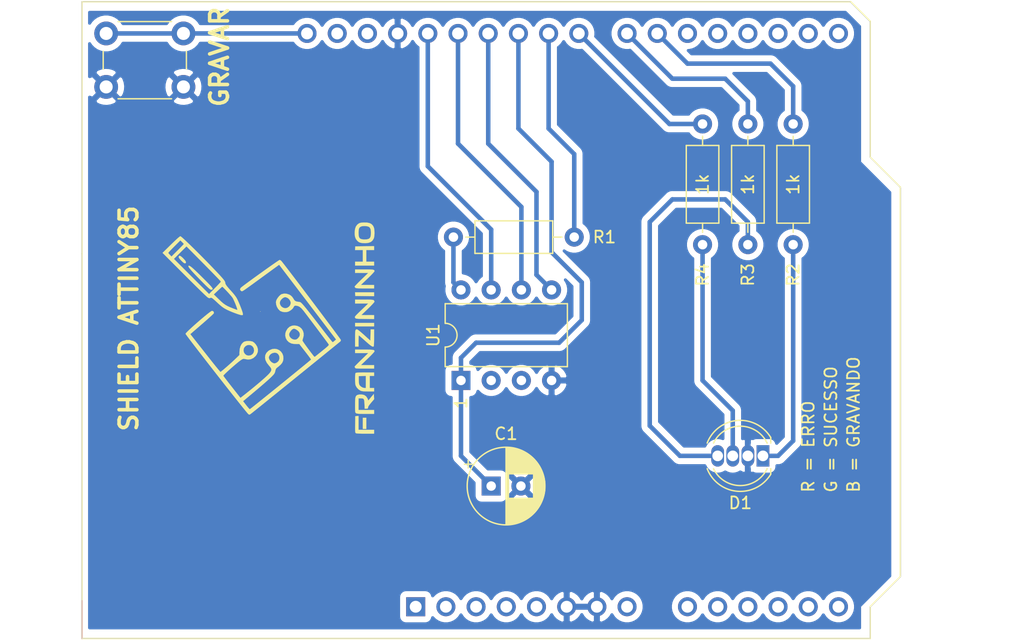
<source format=kicad_pcb>
(kicad_pcb (version 20171130) (host pcbnew 5.1.9-73d0e3b20d~88~ubuntu20.04.1)

  (general
    (thickness 1.6)
    (drawings 17)
    (tracks 50)
    (zones 0)
    (modules 10)
    (nets 37)
  )

  (page A4)
  (layers
    (0 F.Cu signal)
    (31 B.Cu signal)
    (32 B.Adhes user)
    (33 F.Adhes user)
    (34 B.Paste user)
    (35 F.Paste user)
    (36 B.SilkS user)
    (37 F.SilkS user)
    (38 B.Mask user)
    (39 F.Mask user)
    (40 Dwgs.User user)
    (41 Cmts.User user)
    (42 Eco1.User user)
    (43 Eco2.User user)
    (44 Edge.Cuts user)
    (45 Margin user)
    (46 B.CrtYd user)
    (47 F.CrtYd user)
    (48 B.Fab user)
    (49 F.Fab user)
  )

  (setup
    (last_trace_width 0.381)
    (user_trace_width 0.1524)
    (user_trace_width 0.254)
    (user_trace_width 0.381)
    (user_trace_width 0.508)
    (user_trace_width 0.8128)
    (trace_clearance 0.1524)
    (zone_clearance 0.508)
    (zone_45_only no)
    (trace_min 0.1524)
    (via_size 0.8)
    (via_drill 0.4)
    (via_min_size 0.4)
    (via_min_drill 0.254)
    (user_via 0.4826 0.3302)
    (user_via 0.5 0.4)
    (user_via 1.905 0.254)
    (uvia_size 0.3)
    (uvia_drill 0.1)
    (uvias_allowed no)
    (uvia_min_size 0.2)
    (uvia_min_drill 0.1)
    (edge_width 0.05)
    (segment_width 0.2)
    (pcb_text_width 0.3)
    (pcb_text_size 1.5 1.5)
    (mod_edge_width 0.12)
    (mod_text_size 1 1)
    (mod_text_width 0.15)
    (pad_size 1.524 1.524)
    (pad_drill 0.762)
    (pad_to_mask_clearance 0)
    (aux_axis_origin 0 0)
    (visible_elements FFFFFF7F)
    (pcbplotparams
      (layerselection 0x010fc_ffffffff)
      (usegerberextensions false)
      (usegerberattributes true)
      (usegerberadvancedattributes true)
      (creategerberjobfile true)
      (excludeedgelayer true)
      (linewidth 0.100000)
      (plotframeref false)
      (viasonmask false)
      (mode 1)
      (useauxorigin false)
      (hpglpennumber 1)
      (hpglpenspeed 20)
      (hpglpendiameter 15.000000)
      (psnegative false)
      (psa4output false)
      (plotreference true)
      (plotvalue true)
      (plotinvisibletext false)
      (padsonsilk false)
      (subtractmaskfromsilk false)
      (outputformat 1)
      (mirror false)
      (drillshape 0)
      (scaleselection 1)
      (outputdirectory "gerber/"))
  )

  (net 0 "")
  (net 1 "Net-(A1-Pad32)")
  (net 2 "Net-(A1-Pad31)")
  (net 3 "Net-(A1-Pad1)")
  (net 4 "Net-(A1-Pad17)")
  (net 5 "Net-(A1-Pad2)")
  (net 6 "Net-(A1-Pad18)")
  (net 7 "Net-(A1-Pad3)")
  (net 8 "Net-(A1-Pad19)")
  (net 9 "Net-(A1-Pad4)")
  (net 10 "Net-(A1-Pad20)")
  (net 11 "Net-(A1-Pad5)")
  (net 12 "Net-(A1-Pad21)")
  (net 13 GND)
  (net 14 "Net-(A1-Pad22)")
  (net 15 "Net-(A1-Pad23)")
  (net 16 "Net-(A1-Pad8)")
  (net 17 D9)
  (net 18 "Net-(A1-Pad9)")
  (net 19 D10)
  (net 20 "Net-(A1-Pad10)")
  (net 21 D11)
  (net 22 "Net-(A1-Pad11)")
  (net 23 D12)
  (net 24 "Net-(A1-Pad12)")
  (net 25 D13)
  (net 26 "Net-(A1-Pad13)")
  (net 27 "Net-(A1-Pad14)")
  (net 28 "Net-(A1-Pad30)")
  (net 29 "Net-(A1-Pad15)")
  (net 30 "Net-(A1-Pad16)")
  (net 31 "Net-(D1-Pad1)")
  (net 32 "Net-(D1-Pad3)")
  (net 33 "Net-(R1-Pad2)")
  (net 34 "Net-(U1-Pad2)")
  (net 35 "Net-(U1-Pad3)")
  (net 36 "Net-(D1-Pad4)")

  (net_class Default "This is the default net class."
    (clearance 0.1524)
    (trace_width 0.1524)
    (via_dia 0.8)
    (via_drill 0.4)
    (uvia_dia 0.3)
    (uvia_drill 0.1)
    (add_net D10)
    (add_net D11)
    (add_net D12)
    (add_net D13)
    (add_net D9)
    (add_net GND)
    (add_net "Net-(A1-Pad1)")
    (add_net "Net-(A1-Pad10)")
    (add_net "Net-(A1-Pad11)")
    (add_net "Net-(A1-Pad12)")
    (add_net "Net-(A1-Pad13)")
    (add_net "Net-(A1-Pad14)")
    (add_net "Net-(A1-Pad15)")
    (add_net "Net-(A1-Pad16)")
    (add_net "Net-(A1-Pad17)")
    (add_net "Net-(A1-Pad18)")
    (add_net "Net-(A1-Pad19)")
    (add_net "Net-(A1-Pad2)")
    (add_net "Net-(A1-Pad20)")
    (add_net "Net-(A1-Pad21)")
    (add_net "Net-(A1-Pad22)")
    (add_net "Net-(A1-Pad23)")
    (add_net "Net-(A1-Pad3)")
    (add_net "Net-(A1-Pad30)")
    (add_net "Net-(A1-Pad31)")
    (add_net "Net-(A1-Pad32)")
    (add_net "Net-(A1-Pad4)")
    (add_net "Net-(A1-Pad5)")
    (add_net "Net-(A1-Pad8)")
    (add_net "Net-(A1-Pad9)")
    (add_net "Net-(D1-Pad1)")
    (add_net "Net-(D1-Pad3)")
    (add_net "Net-(D1-Pad4)")
    (add_net "Net-(R1-Pad2)")
    (add_net "Net-(U1-Pad2)")
    (add_net "Net-(U1-Pad3)")
  )

  (module graphics:logo (layer F.Cu) (tedit 0) (tstamp 6041D98F)
    (at 123.825 93.345 90)
    (fp_text reference G*** (at 0 0 90) (layer F.SilkS) hide
      (effects (font (size 1.524 1.524) (thickness 0.3)))
    )
    (fp_text value LOGO (at 0.75 0 90) (layer F.SilkS) hide
      (effects (font (size 1.524 1.524) (thickness 0.3)))
    )
    (fp_poly (pts (xy -3.247069 6.955515) (xy -3.172291 7.02534) (xy -3.06257 7.132538) (xy -2.925547 7.269601)
      (xy -2.76886 7.429021) (xy -2.69783 7.502072) (xy -2.143896 8.073572) (xy -2.142376 7.520215)
      (xy -2.140857 6.966857) (xy -1.850571 6.966857) (xy -1.850571 7.739743) (xy -1.851359 8.011791)
      (xy -1.854705 8.21979) (xy -1.862089 8.372255) (xy -1.874986 8.477701) (xy -1.894874 8.544642)
      (xy -1.923231 8.581595) (xy -1.961533 8.597072) (xy -1.999769 8.599715) (xy -2.042166 8.574455)
      (xy -2.125905 8.503781) (xy -2.242829 8.395346) (xy -2.384783 8.256805) (xy -2.543609 8.095815)
      (xy -2.608729 8.028215) (xy -3.155575 7.456715) (xy -3.156857 8.563429) (xy -3.447143 8.563429)
      (xy -3.447143 7.784563) (xy -3.446788 7.527048) (xy -3.44518 7.332639) (xy -3.441506 7.191872)
      (xy -3.434952 7.095282) (xy -3.424705 7.033405) (xy -3.409951 6.996778) (xy -3.389877 6.975934)
      (xy -3.376957 6.968134) (xy -3.308917 6.93779) (xy -3.279267 6.930572) (xy -3.247069 6.955515)) (layer F.SilkS) (width 0.01))
    (fp_poly (pts (xy 0.925135 6.961267) (xy 0.975559 6.99589) (xy 1.047279 7.059362) (xy 1.147434 7.157459)
      (xy 1.283164 7.295958) (xy 1.461608 7.480634) (xy 1.474327 7.493826) (xy 2.032 8.072246)
      (xy 2.032 6.966857) (xy 2.358572 6.966857) (xy 2.358572 7.726266) (xy 2.357842 7.986476)
      (xy 2.355213 8.183556) (xy 2.350026 8.326935) (xy 2.341624 8.426043) (xy 2.329346 8.49031)
      (xy 2.312535 8.529167) (xy 2.301551 8.542694) (xy 2.229018 8.589282) (xy 2.183623 8.59967)
      (xy 2.141255 8.574498) (xy 2.057517 8.504171) (xy 1.940721 8.396433) (xy 1.79918 8.259025)
      (xy 1.641207 8.09969) (xy 1.589484 8.046313) (xy 1.056254 7.493) (xy 1.05427 8.028215)
      (xy 1.052286 8.563429) (xy 0.724271 8.563429) (xy 0.734064 7.796751) (xy 0.737505 7.542454)
      (xy 0.741209 7.350922) (xy 0.746321 7.212352) (xy 0.753984 7.116944) (xy 0.765343 7.054896)
      (xy 0.781542 7.016406) (xy 0.803724 6.991673) (xy 0.830255 6.97274) (xy 0.859623 6.955468)
      (xy 0.88887 6.949719) (xy 0.925135 6.961267)) (layer F.SilkS) (width 0.01))
    (fp_poly (pts (xy 3.492823 6.955577) (xy 3.571173 7.02557) (xy 3.683918 7.133012) (xy 3.823217 7.270366)
      (xy 3.981227 7.430097) (xy 4.051313 7.502072) (xy 4.605247 8.073572) (xy 4.606767 7.520215)
      (xy 4.608286 6.966857) (xy 4.898572 6.966857) (xy 4.898572 7.739743) (xy 4.897783 8.0118)
      (xy 4.894433 8.219808) (xy 4.887049 8.37228) (xy 4.874155 8.47773) (xy 4.854277 8.544672)
      (xy 4.825941 8.581619) (xy 4.787673 8.597085) (xy 4.749644 8.599715) (xy 4.707329 8.574456)
      (xy 4.623666 8.503783) (xy 4.506806 8.395351) (xy 4.364904 8.256813) (xy 4.20611 8.095825)
      (xy 4.140986 8.028215) (xy 3.59417 7.456715) (xy 3.592286 8.563429) (xy 3.302 8.563429)
      (xy 3.302 7.804021) (xy 3.30273 7.54381) (xy 3.305359 7.34673) (xy 3.310546 7.203352)
      (xy 3.318948 7.104243) (xy 3.331226 7.039976) (xy 3.348037 7.001119) (xy 3.359021 6.987592)
      (xy 3.42175 6.941582) (xy 3.45671 6.930572) (xy 3.492823 6.955577)) (layer F.SilkS) (width 0.01))
    (fp_poly (pts (xy 8.074434 6.937817) (xy 8.319234 6.968292) (xy 8.510026 7.034637) (xy 8.658704 7.142338)
      (xy 8.745481 7.247297) (xy 8.792894 7.328834) (xy 8.822585 7.419036) (xy 8.839788 7.540207)
      (xy 8.84861 7.686721) (xy 8.844506 7.957025) (xy 8.804323 8.170455) (xy 8.724529 8.335001)
      (xy 8.601595 8.45865) (xy 8.475567 8.530905) (xy 8.333243 8.572557) (xy 8.146275 8.596091)
      (xy 7.939736 8.601494) (xy 7.738701 8.58875) (xy 7.568243 8.557846) (xy 7.493 8.531471)
      (xy 7.327972 8.428409) (xy 7.21258 8.28935) (xy 7.142534 8.105983) (xy 7.113546 7.869993)
      (xy 7.112203 7.793523) (xy 7.112689 7.781304) (xy 7.420429 7.781304) (xy 7.434095 7.982249)
      (xy 7.478244 8.124749) (xy 7.557603 8.218203) (xy 7.665546 8.268882) (xy 7.837215 8.298411)
      (xy 8.037014 8.303629) (xy 8.224641 8.28439) (xy 8.282558 8.27114) (xy 8.387665 8.224001)
      (xy 8.467653 8.157737) (xy 8.475389 8.147153) (xy 8.521888 8.032071) (xy 8.549059 7.874501)
      (xy 8.554462 7.702533) (xy 8.535659 7.54426) (xy 8.529805 7.520457) (xy 8.484153 7.407207)
      (xy 8.411302 7.330059) (xy 8.299401 7.283269) (xy 8.136598 7.261094) (xy 7.986367 7.257143)
      (xy 7.770193 7.266609) (xy 7.615378 7.300824) (xy 7.5125 7.368513) (xy 7.452139 7.478404)
      (xy 7.424873 7.639221) (xy 7.420429 7.781304) (xy 7.112689 7.781304) (xy 7.120963 7.573453)
      (xy 7.150621 7.407151) (xy 7.206823 7.277434) (xy 7.295215 7.167118) (xy 7.328377 7.135668)
      (xy 7.475423 7.030011) (xy 7.64501 6.96491) (xy 7.852508 6.936288) (xy 8.074434 6.937817)) (layer F.SilkS) (width 0.01))
    (fp_poly (pts (xy -8.31621 6.972896) (xy -8.14602 6.975095) (xy -7.456714 6.985) (xy -7.445452 7.121072)
      (xy -7.43419 7.257143) (xy -8.599714 7.257143) (xy -8.599714 8.563429) (xy -8.926285 8.563429)
      (xy -8.926285 7.826507) (xy -8.924769 7.547101) (xy -8.919982 7.333968) (xy -8.911569 7.180868)
      (xy -8.899176 7.08156) (xy -8.882446 7.029804) (xy -8.880806 7.027388) (xy -8.858322 7.005641)
      (xy -8.820684 6.98992) (xy -8.757774 6.979506) (xy -8.659471 6.973677) (xy -8.515656 6.971714)
      (xy -8.31621 6.972896)) (layer F.SilkS) (width 0.01))
    (fp_poly (pts (xy -6.266923 6.968843) (xy -6.068715 6.976347) (xy -5.922884 6.991695) (xy -5.819365 7.017209)
      (xy -5.748098 7.055212) (xy -5.699019 7.108029) (xy -5.667636 7.165415) (xy -5.633745 7.297796)
      (xy -5.626625 7.463838) (xy -5.645386 7.630106) (xy -5.683188 7.751302) (xy -5.793941 7.90234)
      (xy -5.959112 8.012412) (xy -6.035912 8.042321) (xy -6.13911 8.075846) (xy -5.858468 8.310566)
      (xy -5.577827 8.545286) (xy -5.801655 8.556115) (xy -6.025483 8.566945) (xy -6.323813 8.311356)
      (xy -6.48429 8.180262) (xy -6.603896 8.098074) (xy -6.690377 8.059818) (xy -6.721928 8.055597)
      (xy -6.786689 8.048509) (xy -6.815005 8.013588) (xy -6.821667 7.929907) (xy -6.821714 7.914401)
      (xy -6.821714 7.773374) (xy -6.445395 7.759444) (xy -6.247072 7.749199) (xy -6.110085 7.731044)
      (xy -6.023202 7.698003) (xy -5.975194 7.643102) (xy -5.95483 7.559365) (xy -5.950857 7.452272)
      (xy -5.950857 7.257143) (xy -6.930571 7.257143) (xy -6.930571 8.563429) (xy -7.257143 8.563429)
      (xy -7.257143 7.845788) (xy -7.25622 7.589773) (xy -7.252985 7.396391) (xy -7.246735 7.25572)
      (xy -7.236768 7.15784) (xy -7.222382 7.092831) (xy -7.202875 7.050771) (xy -7.200657 7.047503)
      (xy -7.177049 7.018081) (xy -7.146383 6.996849) (xy -7.097527 6.982473) (xy -7.019354 6.973619)
      (xy -6.900734 6.968955) (xy -6.730539 6.967146) (xy -6.527569 6.966857) (xy -6.266923 6.968843)) (layer F.SilkS) (width 0.01))
    (fp_poly (pts (xy -4.082673 6.971611) (xy -3.943905 6.981492) (xy -3.848735 6.996716) (xy -3.817257 7.0104)
      (xy -3.80098 7.052764) (xy -3.788772 7.146512) (xy -3.780348 7.29684) (xy -3.775425 7.508946)
      (xy -3.77372 7.788028) (xy -3.773714 7.808686) (xy -3.773714 8.563429) (xy -4.064 8.563429)
      (xy -4.064 8.200572) (xy -5.08 8.200572) (xy -5.08 8.563429) (xy -5.370285 8.563429)
      (xy -5.369489 8.0645) (xy -5.367549 7.874) (xy -5.08 7.874) (xy -4.061065 7.874)
      (xy -4.082143 7.275286) (xy -4.414449 7.277998) (xy -4.597513 7.283683) (xy -4.724381 7.29884)
      (xy -4.81109 7.32592) (xy -4.842538 7.343469) (xy -4.959654 7.453704) (xy -5.0443 7.597517)
      (xy -5.079667 7.745682) (xy -5.079864 7.756072) (xy -5.08 7.874) (xy -5.367549 7.874)
      (xy -5.367274 7.847106) (xy -5.360411 7.687451) (xy -5.347367 7.57077) (xy -5.32661 7.482295)
      (xy -5.302613 7.420118) (xy -5.199404 7.259811) (xy -5.054649 7.120995) (xy -4.892152 7.024831)
      (xy -4.836063 7.005325) (xy -4.734056 6.987218) (xy -4.59073 6.974878) (xy -4.423069 6.96822)
      (xy -4.248055 6.967159) (xy -4.082673 6.971611)) (layer F.SilkS) (width 0.01))
    (fp_poly (pts (xy -0.65873 6.967819) (xy -0.466656 6.97196) (xy -0.329212 6.981164) (xy -0.237434 6.997317)
      (xy -0.182357 7.022302) (xy -0.155017 7.058004) (xy -0.146449 7.106308) (xy -0.146249 7.128329)
      (xy -0.170704 7.180065) (xy -0.23915 7.27645) (xy -0.345413 7.409694) (xy -0.483316 7.57201)
      (xy -0.622458 7.728857) (xy -1.097561 8.255) (xy -0.621352 8.265125) (xy -0.145143 8.275249)
      (xy -0.145143 8.563429) (xy -0.846666 8.563429) (xy -1.065317 8.562232) (xy -1.258676 8.558899)
      (xy -1.415183 8.553815) (xy -1.523275 8.547366) (xy -1.571393 8.539936) (xy -1.572381 8.539238)
      (xy -1.597399 8.49627) (xy -1.593922 8.438601) (xy -1.557715 8.359529) (xy -1.484541 8.25235)
      (xy -1.370164 8.11036) (xy -1.210348 7.926857) (xy -1.125964 7.83281) (xy -0.980176 7.670055)
      (xy -0.852644 7.525229) (xy -0.75086 7.407042) (xy -0.682315 7.324205) (xy -0.654501 7.285429)
      (xy -0.654249 7.284357) (xy -0.687858 7.274236) (xy -0.780602 7.265822) (xy -0.919053 7.25989)
      (xy -1.089779 7.257218) (xy -1.124857 7.257143) (xy -1.596571 7.257143) (xy -1.596571 6.966857)
      (xy -0.9144 6.966857) (xy -0.65873 6.967819)) (layer F.SilkS) (width 0.01))
    (fp_poly (pts (xy 0.399143 8.563429) (xy 0.108857 8.563429) (xy 0.108857 6.966857) (xy 0.399143 6.966857)
      (xy 0.399143 8.563429)) (layer F.SilkS) (width 0.01))
    (fp_poly (pts (xy 2.975429 8.563429) (xy 2.647442 8.563429) (xy 2.657221 7.774215) (xy 2.667 6.985)
      (xy 2.821214 6.973842) (xy 2.975429 6.962685) (xy 2.975429 8.563429)) (layer F.SilkS) (width 0.01))
    (fp_poly (pts (xy 6.685643 6.973842) (xy 6.839857 6.985) (xy 6.849636 7.774215) (xy 6.859416 8.563429)
      (xy 6.531429 8.563429) (xy 6.531429 7.910286) (xy 5.551714 7.910286) (xy 5.551714 8.563429)
      (xy 5.225143 8.563429) (xy 5.225143 6.966857) (xy 5.551714 6.966857) (xy 5.551714 7.62)
      (xy 6.531429 7.62) (xy 6.531429 6.962685) (xy 6.685643 6.973842)) (layer F.SilkS) (width 0.01))
    (fp_poly (pts (xy -7.583714 7.910286) (xy -8.527143 7.910286) (xy -8.527143 7.62) (xy -7.583714 7.62)
      (xy -7.583714 7.910286)) (layer F.SilkS) (width 0.01))
    (fp_poly (pts (xy -0.473196 -7.26631) (xy -0.388807 -7.190527) (xy -0.271294 -7.073097) (xy -0.127016 -6.921328)
      (xy 0.03767 -6.742527) (xy 0.216405 -6.544) (xy 0.40283 -6.333055) (xy 0.590588 -6.116998)
      (xy 0.773319 -5.903136) (xy 0.944665 -5.698777) (xy 1.098268 -5.511226) (xy 1.22777 -5.347793)
      (xy 1.326811 -5.215782) (xy 1.389035 -5.122501) (xy 1.408191 -5.079482) (xy 1.388664 -4.982711)
      (xy 1.320858 -4.920749) (xy 1.22611 -4.910704) (xy 1.20513 -4.91667) (xy 1.16766 -4.948477)
      (xy 1.088838 -5.029056) (xy 0.974465 -5.152015) (xy 0.830341 -5.310963) (xy 0.662269 -5.499507)
      (xy 0.47605 -5.711257) (xy 0.297899 -5.916197) (xy -0.547203 -6.893605) (xy -1.044673 -6.501763)
      (xy -1.191488 -6.386195) (xy -1.384904 -6.234057) (xy -1.614438 -6.053589) (xy -1.869606 -5.853032)
      (xy -2.139924 -5.640625) (xy -2.414909 -5.424608) (xy -2.641589 -5.246585) (xy -2.885692 -5.053915)
      (xy -3.110415 -4.874634) (xy -3.309648 -4.713761) (xy -3.477279 -4.576315) (xy -3.6072 -4.467317)
      (xy -3.6933 -4.391785) (xy -3.729469 -4.354738) (xy -3.73016 -4.352347) (xy -3.699798 -4.306598)
      (xy -3.628667 -4.216757) (xy -3.525002 -4.092263) (xy -3.397036 -3.942552) (xy -3.253002 -3.777063)
      (xy -3.101134 -3.605234) (xy -2.949665 -3.436503) (xy -2.806829 -3.280309) (xy -2.680858 -3.146089)
      (xy -2.648857 -3.11283) (xy -2.304143 -2.757106) (xy -2.064981 -2.75741) (xy -1.800333 -2.735357)
      (xy -1.566935 -2.671704) (xy -1.374972 -2.571266) (xy -1.234626 -2.438859) (xy -1.175435 -2.336811)
      (xy -1.140962 -2.200578) (xy -1.126962 -2.027148) (xy -1.133488 -1.848518) (xy -1.160589 -1.696689)
      (xy -1.174352 -1.657212) (xy -1.262181 -1.522236) (xy -1.403364 -1.391734) (xy -1.579644 -1.281957)
      (xy -1.614714 -1.265186) (xy -1.827423 -1.204585) (xy -2.038961 -1.216019) (xy -2.246433 -1.29897)
      (xy -2.393086 -1.403902) (xy -2.556705 -1.587683) (xy -2.654588 -1.799439) (xy -2.679291 -1.989457)
      (xy -2.358571 -1.989457) (xy -2.327688 -1.809795) (xy -2.243004 -1.668144) (xy -2.116471 -1.571799)
      (xy -1.96004 -1.528056) (xy -1.785661 -1.54421) (xy -1.688382 -1.58034) (xy -1.558439 -1.676402)
      (xy -1.480885 -1.805684) (xy -1.454192 -1.952832) (xy -1.47683 -2.102493) (xy -1.54727 -2.239315)
      (xy -1.663983 -2.347944) (xy -1.769845 -2.398153) (xy -1.933617 -2.418529) (xy -2.089579 -2.3794)
      (xy -2.222468 -2.291362) (xy -2.317023 -2.165012) (xy -2.35798 -2.010944) (xy -2.358571 -1.989457)
      (xy -2.679291 -1.989457) (xy -2.684927 -2.032805) (xy -2.645919 -2.281414) (xy -2.64389 -2.288269)
      (xy -2.622983 -2.379408) (xy -2.630317 -2.453338) (xy -2.67155 -2.54268) (xy -2.695149 -2.583818)
      (xy -2.755157 -2.672749) (xy -2.850042 -2.797171) (xy -2.972237 -2.948527) (xy -3.114176 -3.118264)
      (xy -3.268292 -3.297826) (xy -3.427018 -3.478659) (xy -3.582787 -3.652208) (xy -3.728033 -3.809917)
      (xy -3.855188 -3.943233) (xy -3.956685 -4.043599) (xy -4.024958 -4.10246) (xy -4.048942 -4.114386)
      (xy -4.086106 -4.091723) (xy -4.173025 -4.029361) (xy -4.302587 -3.932692) (xy -4.467682 -3.807106)
      (xy -4.661198 -3.657992) (xy -4.876024 -3.490741) (xy -5.000884 -3.392818) (xy -5.913455 -2.675293)
      (xy -5.726342 -2.435289) (xy -5.469676 -2.109563) (xy -5.21194 -1.789022) (xy -4.958687 -1.480147)
      (xy -4.715468 -1.18942) (xy -4.487835 -0.923322) (xy -4.28134 -0.688334) (xy -4.101535 -0.490939)
      (xy -3.953971 -0.337616) (xy -3.844201 -0.234848) (xy -3.834701 -0.226932) (xy -3.696421 -0.125325)
      (xy -3.581237 -0.075686) (xy -3.473309 -0.079429) (xy -3.356796 -0.137966) (xy -3.215856 -0.252709)
      (xy -3.180383 -0.285277) (xy -2.957316 -0.458461) (xy -2.735335 -0.565704) (xy -2.520216 -0.607241)
      (xy -2.317735 -0.583309) (xy -2.133666 -0.494146) (xy -1.973785 -0.339988) (xy -1.901311 -0.232835)
      (xy -1.809124 -0.014507) (xy -1.782492 0.200498) (xy -1.814592 0.403554) (xy -1.898603 0.586038)
      (xy -2.0277 0.739327) (xy -2.195062 0.854797) (xy -2.393866 0.923824) (xy -2.617289 0.937785)
      (xy -2.801944 0.905546) (xy -2.9587 0.835825) (xy -3.114007 0.71097) (xy -3.276403 0.523861)
      (xy -3.304379 0.486636) (xy -3.388416 0.37989) (xy -3.459674 0.316543) (xy -3.544589 0.278928)
      (xy -3.654893 0.252401) (xy -3.748057 0.230107) (xy -3.824805 0.200499) (xy -3.84364 0.188698)
      (xy -3.011578 0.188698) (xy -2.981632 0.310001) (xy -2.905107 0.433865) (xy -2.801438 0.532696)
      (xy -2.747928 0.563061) (xy -2.588587 0.610056) (xy -2.438697 0.598851) (xy -2.344005 0.566262)
      (xy -2.204122 0.474763) (xy -2.124465 0.342829) (xy -2.104571 0.207839) (xy -2.133055 0.039916)
      (xy -2.209999 -0.107884) (xy -2.322643 -0.220458) (xy -2.458225 -0.282707) (xy -2.525508 -0.290285)
      (xy -2.659568 -0.258599) (xy -2.793232 -0.175423) (xy -2.908413 -0.058583) (xy -2.987019 0.074094)
      (xy -3.011578 0.188698) (xy -3.84364 0.188698) (xy -3.89992 0.153437) (xy -3.988185 0.078777)
      (xy -4.104383 -0.033622) (xy -4.174604 -0.104143) (xy -4.272021 -0.20695) (xy -4.407786 -0.356679)
      (xy -4.574019 -0.544308) (xy -4.76284 -0.760818) (xy -4.96637 -0.997186) (xy -5.176727 -1.244392)
      (xy -5.338038 -1.436022) (xy -6.191296 -2.454759) (xy -6.533719 -2.188368) (xy -6.66592 -2.082409)
      (xy -6.772982 -1.990644) (xy -6.843969 -1.922875) (xy -6.867943 -1.888904) (xy -6.867931 -1.888855)
      (xy -6.843953 -1.854513) (xy -6.778198 -1.769089) (xy -6.674585 -1.637418) (xy -6.537035 -1.464333)
      (xy -6.369469 -1.254668) (xy -6.175808 -1.013257) (xy -5.959972 -0.744935) (xy -5.725881 -0.454534)
      (xy -5.477457 -0.146889) (xy -5.218619 0.173166) (xy -4.953288 0.500798) (xy -4.685385 0.831172)
      (xy -4.41883 1.159454) (xy -4.157544 1.480811) (xy -3.905447 1.790409) (xy -3.66646 2.083413)
      (xy -3.444503 2.35499) (xy -3.243498 2.600306) (xy -3.067363 2.814527) (xy -2.920021 2.992819)
      (xy -2.805391 3.130347) (xy -2.727395 3.22228) (xy -2.689952 3.263781) (xy -2.687332 3.265714)
      (xy -2.644691 3.242772) (xy -2.546113 3.174066) (xy -2.391839 3.059776) (xy -2.182109 2.900081)
      (xy -1.917161 2.695162) (xy -1.67599 2.506916) (xy -1.378857 2.27426) (xy -1.378857 2.012549)
      (xy -1.373097 1.900198) (xy -1.015864 1.900198) (xy -1.005138 1.998077) (xy -0.963441 2.081959)
      (xy -0.876825 2.179711) (xy -0.875126 2.181412) (xy -0.727964 2.290698) (xy -0.578553 2.328345)
      (xy -0.429937 2.294098) (xy -0.327764 2.227007) (xy -0.236322 2.130123) (xy -0.15413 2.011681)
      (xy -0.140791 1.987186) (xy -0.096364 1.886971) (xy -0.088054 1.813743) (xy -0.112118 1.733843)
      (xy -0.112516 1.73288) (xy -0.176671 1.642132) (xy -0.283301 1.548514) (xy -0.407491 1.469281)
      (xy -0.524326 1.421687) (xy -0.571334 1.415143) (xy -0.722888 1.448808) (xy -0.855947 1.539597)
      (xy -0.956479 1.672197) (xy -1.010452 1.831299) (xy -1.015864 1.900198) (xy -1.373097 1.900198)
      (xy -1.370723 1.853903) (xy -1.349511 1.699199) (xy -1.323019 1.592577) (xy -1.217164 1.392595)
      (xy -1.064198 1.239486) (xy -0.87633 1.138312) (xy -0.665768 1.094138) (xy -0.444722 1.112028)
      (xy -0.290285 1.164192) (xy -0.077961 1.292886) (xy 0.071925 1.457515) (xy 0.158431 1.656713)
      (xy 0.181429 1.850292) (xy 0.149418 2.089177) (xy 0.059648 2.293901) (xy -0.078492 2.457824)
      (xy -0.25561 2.574304) (xy -0.462316 2.6367) (xy -0.689218 2.638372) (xy -0.870857 2.594429)
      (xy -0.979683 2.560822) (xy -1.067965 2.541685) (xy -1.088322 2.54) (xy -1.132161 2.561137)
      (xy -1.22437 2.620192) (xy -1.355956 2.71063) (xy -1.517924 2.825916) (xy -1.701282 2.959516)
      (xy -1.897036 3.104895) (xy -2.096192 3.255518) (xy -2.289757 3.40485) (xy -2.422632 3.509509)
      (xy -2.457224 3.563731) (xy -2.442073 3.600223) (xy -2.409016 3.641698) (xy -2.337863 3.730289)
      (xy -2.236128 3.856664) (xy -2.111324 4.01149) (xy -1.970966 4.185436) (xy -1.944485 4.218235)
      (xy -1.785904 4.413377) (xy -1.665424 4.557816) (xy -1.576554 4.658104) (xy -1.512799 4.720793)
      (xy -1.467668 4.752434) (xy -1.434669 4.759578) (xy -1.414468 4.753068) (xy -1.373366 4.724949)
      (xy -1.281208 4.658237) (xy -1.144851 4.558066) (xy -0.971158 4.429571) (xy -0.766989 4.277885)
      (xy -0.539204 4.108142) (xy -0.294663 3.925479) (xy -0.040227 3.735027) (xy 0.217243 3.541923)
      (xy 0.470888 3.3513) (xy 0.713847 3.168293) (xy 0.93926 2.998036) (xy 1.140265 2.845663)
      (xy 1.310003 2.716308) (xy 1.42313 2.629405) (xy 1.619988 2.459529) (xy 1.752916 2.300552)
      (xy 1.827807 2.143585) (xy 1.850572 1.984745) (xy 1.841424 1.890558) (xy 1.800041 1.836528)
      (xy 1.728355 1.80048) (xy 1.594391 1.710135) (xy 1.463648 1.556072) (xy 1.361215 1.382415)
      (xy 1.31381 1.22366) (xy 1.309151 1.112198) (xy 1.632993 1.112198) (xy 1.664461 1.25169)
      (xy 1.745957 1.385885) (xy 1.858636 1.486604) (xy 1.896643 1.506489) (xy 2.030092 1.550865)
      (xy 2.144585 1.548576) (xy 2.274683 1.500186) (xy 2.405184 1.409303) (xy 2.504364 1.285107)
      (xy 2.559194 1.148386) (xy 2.561977 1.041818) (xy 2.51066 0.922292) (xy 2.412528 0.800714)
      (xy 2.288915 0.699977) (xy 2.201839 0.655309) (xy 2.052078 0.633847) (xy 1.90715 0.673543)
      (xy 1.780611 0.76351) (xy 1.686016 0.892862) (xy 1.63692 1.050711) (xy 1.632993 1.112198)
      (xy 1.309151 1.112198) (xy 1.305929 1.035137) (xy 1.335031 0.84543) (xy 1.398575 0.683125)
      (xy 1.427216 0.639732) (xy 1.567974 0.50278) (xy 1.747606 0.396686) (xy 1.94454 0.329703)
      (xy 2.137203 0.310082) (xy 2.247456 0.325964) (xy 2.381245 0.382685) (xy 2.527165 0.476452)
      (xy 2.663848 0.59009) (xy 2.769923 0.706426) (xy 2.815434 0.782423) (xy 2.863325 0.985256)
      (xy 2.852078 1.206084) (xy 2.783064 1.42283) (xy 2.774656 1.440202) (xy 2.693442 1.571325)
      (xy 2.584697 1.681319) (xy 2.43103 1.786071) (xy 2.340429 1.836892) (xy 2.247898 1.924507)
      (xy 2.190722 2.058061) (xy 2.177678 2.166364) (xy 2.164644 2.278032) (xy 2.137616 2.365936)
      (xy 2.104733 2.413106) (xy 2.039074 2.48226) (xy 1.937376 2.576095) (xy 1.796373 2.697309)
      (xy 1.612802 2.8486) (xy 1.383399 3.032664) (xy 1.104899 3.252199) (xy 0.774038 3.509903)
      (xy 0.453572 3.757606) (xy 0.090446 4.03767) (xy -0.218937 4.276645) (xy -0.478448 4.477575)
      (xy -0.691956 4.6435) (xy -0.86333 4.777462) (xy -0.99644 4.882503) (xy -1.095157 4.961665)
      (xy -1.16335 5.01799) (xy -1.204888 5.054518) (xy -1.223642 5.074293) (xy -1.225371 5.077326)
      (xy -1.209007 5.116595) (xy -1.156391 5.18862) (xy -1.116513 5.23549) (xy -0.997857 5.368469)
      (xy 5.294823 0.578699) (xy 4.26023 -0.839151) (xy 4.000409 -1.195171) (xy 3.780131 -1.497171)
      (xy 3.596273 -1.749836) (xy 3.445711 -1.957849) (xy 3.325322 -2.125896) (xy 3.231982 -2.25866)
      (xy 3.162568 -2.360826) (xy 3.113957 -2.437078) (xy 3.083026 -2.4921) (xy 3.06665 -2.530578)
      (xy 3.061706 -2.557196) (xy 3.065072 -2.576637) (xy 3.073623 -2.593586) (xy 3.081386 -2.607152)
      (xy 3.157082 -2.68968) (xy 3.250812 -2.705685) (xy 3.347368 -2.653155) (xy 3.357006 -2.643628)
      (xy 3.407824 -2.583567) (xy 3.493143 -2.474089) (xy 3.608229 -2.321793) (xy 3.74835 -2.133279)
      (xy 3.908772 -1.915145) (xy 4.084759 -1.673992) (xy 4.27158 -1.416418) (xy 4.4645 -1.149022)
      (xy 4.658785 -0.878405) (xy 4.849702 -0.611164) (xy 5.032518 -0.3539) (xy 5.202497 -0.113212)
      (xy 5.354907 0.104302) (xy 5.485014 0.292042) (xy 5.588084 0.443408) (xy 5.659383 0.551802)
      (xy 5.694179 0.610623) (xy 5.696857 0.618344) (xy 5.670794 0.693174) (xy 5.615214 0.760475)
      (xy 5.543358 0.819426) (xy 5.421227 0.915844) (xy 5.253272 1.046379) (xy 5.043942 1.20768)
      (xy 4.797687 1.396394) (xy 4.518954 1.609172) (xy 4.212195 1.842662) (xy 3.881857 2.093513)
      (xy 3.532391 2.358374) (xy 3.168246 2.633893) (xy 2.79387 2.91672) (xy 2.413714 3.203502)
      (xy 2.032227 3.49089) (xy 1.653857 3.775532) (xy 1.283055 4.054077) (xy 0.924269 4.323173)
      (xy 0.581949 4.57947) (xy 0.260544 4.819616) (xy -0.035497 5.04026) (xy -0.301724 5.238052)
      (xy -0.533688 5.409639) (xy -0.72694 5.551671) (xy -0.87703 5.660796) (xy -0.979509 5.733664)
      (xy -1.029928 5.766923) (xy -1.034143 5.768682) (xy -1.113459 5.75586) (xy -1.1448 5.741659)
      (xy -1.171373 5.71107) (xy -1.240286 5.628025) (xy -1.348293 5.496534) (xy -1.492147 5.320606)
      (xy -1.6686 5.104252) (xy -1.874407 4.851481) (xy -2.106319 4.566303) (xy -2.361091 4.252728)
      (xy -2.635475 3.914766) (xy -2.926224 3.556426) (xy -3.230093 3.181719) (xy -3.543832 2.794654)
      (xy -3.864197 2.399241) (xy -4.18794 1.999491) (xy -4.511814 1.599412) (xy -4.832572 1.203015)
      (xy -5.146967 0.81431) (xy -5.451753 0.437306) (xy -5.743682 0.076013) (xy -6.019509 -0.265559)
      (xy -6.275985 -0.5834) (xy -6.509864 -0.8735) (xy -6.717899 -1.131849) (xy -6.896844 -1.354438)
      (xy -7.04345 -1.537256) (xy -7.154473 -1.676295) (xy -7.226664 -1.767543) (xy -7.254496 -1.80374)
      (xy -7.308592 -1.882682) (xy -7.322323 -1.932305) (xy -7.298188 -1.981844) (xy -7.272639 -2.015802)
      (xy -7.230325 -2.05623) (xy -7.135836 -2.136836) (xy -6.993519 -2.254222) (xy -6.807722 -2.404993)
      (xy -6.582792 -2.58575) (xy -6.323078 -2.793097) (xy -6.032926 -3.023638) (xy -5.716684 -3.273975)
      (xy -5.378699 -3.540713) (xy -5.02332 -3.820453) (xy -4.654894 -4.1098) (xy -4.277769 -4.405357)
      (xy -3.896291 -4.703726) (xy -3.514809 -5.001511) (xy -3.13767 -5.295316) (xy -2.769222 -5.581743)
      (xy -2.413812 -5.857396) (xy -2.075789 -6.118877) (xy -1.759498 -6.362791) (xy -1.469289 -6.58574)
      (xy -1.209509 -6.784328) (xy -0.984504 -6.955158) (xy -0.798624 -7.094833) (xy -0.656215 -7.199956)
      (xy -0.561625 -7.26713) (xy -0.519201 -7.292959) (xy -0.518102 -7.29314) (xy -0.473196 -7.26631)) (layer F.SilkS) (width 0.01))
    (fp_poly (pts (xy 1.378857 -0.997857) (xy 1.360714 -0.979714) (xy 1.342572 -0.997857) (xy 1.360714 -1.016)
      (xy 1.378857 -0.997857)) (layer F.SilkS) (width 0.01))
    (fp_poly (pts (xy 6.99331 -8.513982) (xy 7.227095 -8.273487) (xy 7.415504 -8.073643) (xy 7.556724 -7.916488)
      (xy 7.648938 -7.804062) (xy 7.690332 -7.738404) (xy 7.692572 -7.728382) (xy 7.6672 -7.683812)
      (xy 7.594084 -7.593477) (xy 7.477718 -7.461989) (xy 7.322598 -7.293956) (xy 7.13322 -7.093988)
      (xy 6.91408 -6.866696) (xy 6.669674 -6.616687) (xy 6.404496 -6.348573) (xy 6.123044 -6.066963)
      (xy 5.829812 -5.776467) (xy 5.529297 -5.481693) (xy 5.225994 -5.187253) (xy 5.035703 -5.004191)
      (xy 4.759192 -4.740177) (xy 4.529026 -4.523024) (xy 4.340061 -4.348448) (xy 4.187155 -4.212169)
      (xy 4.065165 -4.109901) (xy 3.968948 -4.037365) (xy 3.89336 -3.990275) (xy 3.833259 -3.964351)
      (xy 3.783502 -3.955309) (xy 3.7759 -3.955143) (xy 3.709294 -3.944336) (xy 3.629 -3.908249)
      (xy 3.527409 -3.841379) (xy 3.396911 -3.738227) (xy 3.229897 -3.593289) (xy 3.05238 -3.432062)
      (xy 2.8985 -3.297132) (xy 2.738541 -3.168058) (xy 2.592494 -3.060376) (xy 2.489951 -2.994866)
      (xy 2.352729 -2.92447) (xy 2.176843 -2.84329) (xy 1.977753 -2.757492) (xy 1.770917 -2.673244)
      (xy 1.571792 -2.59671) (xy 1.395837 -2.534058) (xy 1.258509 -2.491454) (xy 1.19011 -2.476359)
      (xy 1.100653 -2.468062) (xy 1.061809 -2.485675) (xy 1.052482 -2.543945) (xy 1.052286 -2.572707)
      (xy 1.066144 -2.655669) (xy 1.104164 -2.790429) (xy 1.15809 -2.953644) (xy 1.487714 -2.953644)
      (xy 1.51315 -2.938552) (xy 1.591937 -2.952014) (xy 1.727797 -2.995055) (xy 1.924449 -3.0687)
      (xy 1.969054 -3.086261) (xy 2.140472 -3.156971) (xy 2.304376 -3.229456) (xy 2.438026 -3.293423)
      (xy 2.498348 -3.325819) (xy 2.566194 -3.374292) (xy 2.668156 -3.457831) (xy 2.793594 -3.566573)
      (xy 2.931864 -3.690654) (xy 3.072326 -3.820211) (xy 3.204337 -3.94538) (xy 3.317255 -4.056298)
      (xy 3.400438 -4.1431) (xy 3.443244 -4.195924) (xy 3.44672 -4.204814) (xy 3.423021 -4.238136)
      (xy 3.358488 -4.313349) (xy 3.262468 -4.419915) (xy 3.144305 -4.547298) (xy 3.121051 -4.572)
      (xy 2.795806 -4.916714) (xy 2.386689 -4.499428) (xy 2.193244 -4.296421) (xy 2.042664 -4.121361)
      (xy 1.9226 -3.9551) (xy 1.820706 -3.778486) (xy 1.724633 -3.57237) (xy 1.622034 -3.3176)
      (xy 1.618121 -3.30743) (xy 1.563212 -3.163215) (xy 1.519713 -3.046386) (xy 1.4932 -2.972071)
      (xy 1.487714 -2.953644) (xy 1.15809 -2.953644) (xy 1.16101 -2.96248) (xy 1.231348 -3.157313)
      (xy 1.309845 -3.36042) (xy 1.391165 -3.557291) (xy 1.469976 -3.733419) (xy 1.50719 -3.81)
      (xy 1.58931 -3.964622) (xy 1.673978 -4.102605) (xy 1.77232 -4.238797) (xy 1.895459 -4.388045)
      (xy 2.05452 -4.565196) (xy 2.149578 -4.66736) (xy 2.303119 -4.833186) (xy 2.41122 -4.956702)
      (xy 2.479626 -5.047049) (xy 2.514081 -5.113365) (xy 2.520329 -5.164789) (xy 2.504113 -5.210462)
      (xy 2.497712 -5.22127) (xy 2.477094 -5.274706) (xy 2.486164 -5.315857) (xy 2.828184 -5.315857)
      (xy 3.332996 -4.816928) (xy 3.49049 -4.663077) (xy 3.631777 -4.528476) (xy 3.748359 -4.420942)
      (xy 3.831741 -4.348295) (xy 3.873425 -4.318352) (xy 3.875191 -4.318) (xy 3.907177 -4.34284)
      (xy 3.985875 -4.414323) (xy 4.106565 -4.527894) (xy 4.264527 -4.678995) (xy 4.455039 -4.863073)
      (xy 4.673382 -5.075569) (xy 4.914836 -5.31193) (xy 5.174679 -5.567598) (xy 5.376216 -5.766731)
      (xy 6.839857 -7.215462) (xy 5.788205 -8.273448) (xy 4.308195 -6.794653) (xy 2.828184 -5.315857)
      (xy 2.486164 -5.315857) (xy 2.490565 -5.335824) (xy 2.543821 -5.42765) (xy 2.551714 -5.439651)
      (xy 2.593383 -5.489596) (xy 2.682176 -5.586139) (xy 2.813695 -5.724773) (xy 2.983538 -5.900992)
      (xy 3.187306 -6.110289) (xy 3.420598 -6.348158) (xy 3.679014 -6.61009) (xy 3.958154 -6.89158)
      (xy 4.253617 -7.188121) (xy 4.471856 -7.406292) (xy 5.542547 -8.474891) (xy 5.985876 -8.474891)
      (xy 6.503112 -7.956731) (xy 6.660949 -7.799575) (xy 6.801373 -7.661587) (xy 6.916391 -7.550471)
      (xy 6.998011 -7.473931) (xy 7.03824 -7.439673) (xy 7.040667 -7.438571) (xy 7.075076 -7.462435)
      (xy 7.142592 -7.524019) (xy 7.203318 -7.584333) (xy 7.345651 -7.730094) (xy 6.83924 -8.237475)
      (xy 6.682153 -8.393154) (xy 6.541305 -8.529503) (xy 6.425052 -8.638698) (xy 6.341748 -8.712913)
      (xy 6.299747 -8.744321) (xy 6.297588 -8.744857) (xy 6.253661 -8.721321) (xy 6.179056 -8.660953)
      (xy 6.124111 -8.609874) (xy 5.985876 -8.474891) (xy 5.542547 -8.474891) (xy 6.294049 -9.224923)
      (xy 6.99331 -8.513982)) (layer F.SilkS) (width 0.01))
    (fp_poly (pts (xy 5.198789 -7.044011) (xy 5.212357 -7.010587) (xy 5.199463 -6.958776) (xy 5.156594 -6.884377)
      (xy 5.080241 -6.783192) (xy 4.966891 -6.65102) (xy 4.813035 -6.483663) (xy 4.615159 -6.276922)
      (xy 4.369754 -6.026597) (xy 4.231556 -5.887223) (xy 3.984789 -5.640073) (xy 3.783256 -5.44098)
      (xy 3.621904 -5.285677) (xy 3.495676 -5.1699) (xy 3.399516 -5.089385) (xy 3.328371 -5.039866)
      (xy 3.277183 -5.017079) (xy 3.240897 -5.016758) (xy 3.217334 -5.031619) (xy 3.198933 -5.082948)
      (xy 3.193143 -5.149196) (xy 3.203415 -5.186385) (xy 3.237288 -5.241273) (xy 3.299346 -5.318879)
      (xy 3.394174 -5.42422) (xy 3.526357 -5.562315) (xy 3.700479 -5.73818) (xy 3.921125 -5.956834)
      (xy 4.018643 -6.052696) (xy 4.3041 -6.330756) (xy 4.54326 -6.558903) (xy 4.73959 -6.740048)
      (xy 4.896555 -6.877103) (xy 5.017621 -6.972978) (xy 5.106253 -7.030585) (xy 5.165918 -7.052835)
      (xy 5.198789 -7.044011)) (layer F.SilkS) (width 0.01))
    (fp_poly (pts (xy 5.959516 -7.867458) (xy 6.033902 -7.838846) (xy 6.050209 -7.780643) (xy 6.007537 -7.690158)
      (xy 5.904984 -7.564702) (xy 5.833113 -7.49016) (xy 5.679195 -7.350072) (xy 5.559764 -7.272558)
      (xy 5.473584 -7.257025) (xy 5.424514 -7.293753) (xy 5.413342 -7.355492) (xy 5.449443 -7.437565)
      (xy 5.537247 -7.54705) (xy 5.661522 -7.672381) (xy 5.791075 -7.787612) (xy 5.885521 -7.850907)
      (xy 5.953721 -7.868067) (xy 5.959516 -7.867458)) (layer F.SilkS) (width 0.01))
  )

  (module shield-attiny:Shield_Arduino_UNO_R3 (layer F.Cu) (tedit 603830CC) (tstamp 604172D4)
    (at 135.89 116.84)
    (descr "Arduino UNO R3, http://www.mouser.com/pdfdocs/Gravitech_Arduino_Nano3_0.pdf")
    (tags "Arduino UNO R3")
    (path /602F3A2A)
    (fp_text reference A1 (at -3.175 0 180) (layer F.SilkS) hide
      (effects (font (size 1 1) (thickness 0.15)))
    )
    (fp_text value Arduino_UNO_R3 (at -16.51 0) (layer F.Fab)
      (effects (font (size 1 1) (thickness 0.15)))
    )
    (fp_line (start 38.35 2.79) (end 38.35 0) (layer F.CrtYd) (width 0.05))
    (fp_line (start 38.35 0) (end 40.89 -2.54) (layer F.CrtYd) (width 0.05))
    (fp_line (start 40.89 -2.54) (end 40.89 -35.31) (layer F.CrtYd) (width 0.05))
    (fp_line (start 40.89 -35.31) (end 38.35 -37.85) (layer F.CrtYd) (width 0.05))
    (fp_line (start 38.35 -37.85) (end 38.35 -49.28) (layer F.CrtYd) (width 0.05))
    (fp_line (start 38.35 -49.28) (end 36.58 -51.05) (layer F.CrtYd) (width 0.05))
    (fp_line (start 36.58 -51.05) (end -28.19 -51.05) (layer F.CrtYd) (width 0.05))
    (fp_line (start -28.19 -51.05) (end -28.19 -29.59) (layer F.CrtYd) (width 0.05))
    (fp_line (start -28.19 -29.59) (end -28.19 2.79) (layer F.CrtYd) (width 0.05))
    (fp_line (start -28.19 -0.38) (end -28.19 2.79) (layer B.CrtYd) (width 0.05))
    (fp_line (start -28.19 2.79) (end 38.35 2.79) (layer F.CrtYd) (width 0.05))
    (fp_line (start 40.77 -35.31) (end 40.77 -2.54) (layer F.SilkS) (width 0.12))
    (fp_line (start 40.77 -2.54) (end 38.23 0) (layer F.SilkS) (width 0.12))
    (fp_line (start 38.23 0) (end 38.23 2.67) (layer F.SilkS) (width 0.12))
    (fp_line (start 38.23 2.67) (end -28.07 2.67) (layer F.SilkS) (width 0.12))
    (fp_line (start -28.07 2.67) (end -28.07 -0.51) (layer B.SilkS) (width 0.12))
    (fp_line (start -28.07 2.67) (end -28.07 -29.72) (layer F.SilkS) (width 0.12))
    (fp_line (start -28.07 -29.72) (end -28.07 -50.93) (layer F.SilkS) (width 0.12))
    (fp_line (start -28.07 -50.93) (end 36.58 -50.93) (layer F.SilkS) (width 0.12))
    (fp_line (start 36.58 -50.93) (end 38.23 -49.28) (layer F.SilkS) (width 0.12))
    (fp_line (start 38.23 -49.28) (end 38.23 -37.85) (layer F.SilkS) (width 0.12))
    (fp_line (start 38.23 -37.85) (end 40.77 -35.31) (layer F.SilkS) (width 0.12))
    (fp_line (start 38.1 -37.85) (end 38.1 -49.28) (layer F.Fab) (width 0.1))
    (fp_line (start 40.64 -2.54) (end 40.64 -35.31) (layer F.Fab) (width 0.1))
    (fp_line (start 40.64 -35.31) (end 38.1 -37.85) (layer F.Fab) (width 0.1))
    (fp_line (start 38.1 2.54) (end 38.1 0) (layer F.Fab) (width 0.1))
    (fp_line (start 38.1 0) (end 40.64 -2.54) (layer F.Fab) (width 0.1))
    (fp_line (start 38.1 -49.28) (end 36.58 -50.8) (layer F.Fab) (width 0.1))
    (fp_line (start 36.58 -50.8) (end -27.94 -50.8) (layer F.Fab) (width 0.1))
    (fp_line (start -27.94 -50.8) (end -27.94 2.54) (layer F.Fab) (width 0.1))
    (fp_line (start -27.94 2.54) (end 38.1 2.54) (layer F.Fab) (width 0.1))
    (fp_text user %R (at -3.175 0 180) (layer F.Fab)
      (effects (font (size 1 1) (thickness 0.15)))
    )
    (pad 16 thru_hole oval (at 33.02 -48.26 270) (size 1.6 1.6) (drill 1) (layers *.Cu *.Mask)
      (net 30 "Net-(A1-Pad16)"))
    (pad 15 thru_hole oval (at 35.56 -48.26 270) (size 1.6 1.6) (drill 1) (layers *.Cu *.Mask)
      (net 29 "Net-(A1-Pad15)"))
    (pad 30 thru_hole oval (at -4.06 -48.26 270) (size 1.6 1.6) (drill 1) (layers *.Cu *.Mask)
      (net 28 "Net-(A1-Pad30)"))
    (pad 14 thru_hole oval (at 35.56 0 270) (size 1.6 1.6) (drill 1) (layers *.Cu *.Mask)
      (net 27 "Net-(A1-Pad14)"))
    (pad 29 thru_hole oval (at -1.52 -48.26 270) (size 1.6 1.6) (drill 1) (layers *.Cu *.Mask)
      (net 13 GND))
    (pad 13 thru_hole oval (at 33.02 0 270) (size 1.6 1.6) (drill 1) (layers *.Cu *.Mask)
      (net 26 "Net-(A1-Pad13)"))
    (pad 28 thru_hole oval (at 1.02 -48.26 270) (size 1.6 1.6) (drill 1) (layers *.Cu *.Mask)
      (net 25 D13))
    (pad 12 thru_hole oval (at 30.48 0 270) (size 1.6 1.6) (drill 1) (layers *.Cu *.Mask)
      (net 24 "Net-(A1-Pad12)"))
    (pad 27 thru_hole oval (at 3.56 -48.26 270) (size 1.6 1.6) (drill 1) (layers *.Cu *.Mask)
      (net 23 D12))
    (pad 11 thru_hole oval (at 27.94 0 270) (size 1.6 1.6) (drill 1) (layers *.Cu *.Mask)
      (net 22 "Net-(A1-Pad11)"))
    (pad 26 thru_hole oval (at 6.1 -48.26 270) (size 1.6 1.6) (drill 1) (layers *.Cu *.Mask)
      (net 21 D11))
    (pad 10 thru_hole oval (at 25.4 0 270) (size 1.6 1.6) (drill 1) (layers *.Cu *.Mask)
      (net 20 "Net-(A1-Pad10)"))
    (pad 25 thru_hole oval (at 8.64 -48.26 270) (size 1.6 1.6) (drill 1) (layers *.Cu *.Mask)
      (net 19 D10))
    (pad 9 thru_hole oval (at 22.86 0 270) (size 1.6 1.6) (drill 1) (layers *.Cu *.Mask)
      (net 18 "Net-(A1-Pad9)"))
    (pad 24 thru_hole oval (at 11.18 -48.26 270) (size 1.6 1.6) (drill 1) (layers *.Cu *.Mask)
      (net 17 D9))
    (pad 8 thru_hole oval (at 17.78 0 270) (size 1.6 1.6) (drill 1) (layers *.Cu *.Mask)
      (net 16 "Net-(A1-Pad8)"))
    (pad 23 thru_hole oval (at 13.72 -48.26 270) (size 1.6 1.6) (drill 1) (layers *.Cu *.Mask)
      (net 15 "Net-(A1-Pad23)"))
    (pad 7 thru_hole oval (at 15.24 0 270) (size 1.6 1.6) (drill 1) (layers *.Cu *.Mask)
      (net 13 GND))
    (pad 22 thru_hole oval (at 17.78 -48.26 270) (size 1.6 1.6) (drill 1) (layers *.Cu *.Mask)
      (net 14 "Net-(A1-Pad22)"))
    (pad 6 thru_hole oval (at 12.7 0 270) (size 1.6 1.6) (drill 1) (layers *.Cu *.Mask)
      (net 13 GND))
    (pad 21 thru_hole oval (at 20.32 -48.26 270) (size 1.6 1.6) (drill 1) (layers *.Cu *.Mask)
      (net 12 "Net-(A1-Pad21)"))
    (pad 5 thru_hole oval (at 10.16 0 270) (size 1.6 1.6) (drill 1) (layers *.Cu *.Mask)
      (net 11 "Net-(A1-Pad5)"))
    (pad 20 thru_hole oval (at 22.86 -48.26 270) (size 1.6 1.6) (drill 1) (layers *.Cu *.Mask)
      (net 10 "Net-(A1-Pad20)"))
    (pad 4 thru_hole oval (at 7.62 0 270) (size 1.6 1.6) (drill 1) (layers *.Cu *.Mask)
      (net 9 "Net-(A1-Pad4)"))
    (pad 19 thru_hole oval (at 25.4 -48.26 270) (size 1.6 1.6) (drill 1) (layers *.Cu *.Mask)
      (net 8 "Net-(A1-Pad19)"))
    (pad 3 thru_hole oval (at 5.08 0 270) (size 1.6 1.6) (drill 1) (layers *.Cu *.Mask)
      (net 7 "Net-(A1-Pad3)"))
    (pad 18 thru_hole oval (at 27.94 -48.26 270) (size 1.6 1.6) (drill 1) (layers *.Cu *.Mask)
      (net 6 "Net-(A1-Pad18)"))
    (pad 2 thru_hole oval (at 2.54 0 270) (size 1.6 1.6) (drill 1) (layers *.Cu *.Mask)
      (net 5 "Net-(A1-Pad2)"))
    (pad 17 thru_hole oval (at 30.48 -48.26 270) (size 1.6 1.6) (drill 1) (layers *.Cu *.Mask)
      (net 4 "Net-(A1-Pad17)"))
    (pad 1 thru_hole rect (at 0 0 270) (size 1.6 1.6) (drill 1) (layers *.Cu *.Mask)
      (net 3 "Net-(A1-Pad1)"))
    (pad 31 thru_hole oval (at -6.6 -48.26 270) (size 1.6 1.6) (drill 1) (layers *.Cu *.Mask)
      (net 2 "Net-(A1-Pad31)"))
    (pad 32 thru_hole oval (at -9.14 -48.26 270) (size 1.6 1.6) (drill 1) (layers *.Cu *.Mask)
      (net 1 "Net-(A1-Pad32)"))
    (model ${KISYS3DMOD}/Module.3dshapes/Arduino_UNO_R3.wrl
      (at (xyz 0 0 0))
      (scale (xyz 1 1 1))
      (rotate (xyz 0 0 0))
    )
  )

  (module Capacitor_THT:CP_Radial_D6.3mm_P2.50mm (layer F.Cu) (tedit 5AE50EF0) (tstamp 60382BF7)
    (at 142.24 106.68)
    (descr "CP, Radial series, Radial, pin pitch=2.50mm, , diameter=6.3mm, Electrolytic Capacitor")
    (tags "CP Radial series Radial pin pitch 2.50mm  diameter 6.3mm Electrolytic Capacitor")
    (path /603152D3)
    (fp_text reference C1 (at 1.25 -4.4) (layer F.SilkS)
      (effects (font (size 1 1) (thickness 0.15)))
    )
    (fp_text value CP (at 1.25 4.4) (layer F.Fab)
      (effects (font (size 1 1) (thickness 0.15)))
    )
    (fp_circle (center 1.25 0) (end 4.4 0) (layer F.Fab) (width 0.1))
    (fp_circle (center 1.25 0) (end 4.52 0) (layer F.SilkS) (width 0.12))
    (fp_circle (center 1.25 0) (end 4.65 0) (layer F.CrtYd) (width 0.05))
    (fp_line (start -1.443972 -1.3735) (end -0.813972 -1.3735) (layer F.Fab) (width 0.1))
    (fp_line (start -1.128972 -1.6885) (end -1.128972 -1.0585) (layer F.Fab) (width 0.1))
    (fp_line (start 1.25 -3.23) (end 1.25 3.23) (layer F.SilkS) (width 0.12))
    (fp_line (start 1.29 -3.23) (end 1.29 3.23) (layer F.SilkS) (width 0.12))
    (fp_line (start 1.33 -3.23) (end 1.33 3.23) (layer F.SilkS) (width 0.12))
    (fp_line (start 1.37 -3.228) (end 1.37 3.228) (layer F.SilkS) (width 0.12))
    (fp_line (start 1.41 -3.227) (end 1.41 3.227) (layer F.SilkS) (width 0.12))
    (fp_line (start 1.45 -3.224) (end 1.45 3.224) (layer F.SilkS) (width 0.12))
    (fp_line (start 1.49 -3.222) (end 1.49 -1.04) (layer F.SilkS) (width 0.12))
    (fp_line (start 1.49 1.04) (end 1.49 3.222) (layer F.SilkS) (width 0.12))
    (fp_line (start 1.53 -3.218) (end 1.53 -1.04) (layer F.SilkS) (width 0.12))
    (fp_line (start 1.53 1.04) (end 1.53 3.218) (layer F.SilkS) (width 0.12))
    (fp_line (start 1.57 -3.215) (end 1.57 -1.04) (layer F.SilkS) (width 0.12))
    (fp_line (start 1.57 1.04) (end 1.57 3.215) (layer F.SilkS) (width 0.12))
    (fp_line (start 1.61 -3.211) (end 1.61 -1.04) (layer F.SilkS) (width 0.12))
    (fp_line (start 1.61 1.04) (end 1.61 3.211) (layer F.SilkS) (width 0.12))
    (fp_line (start 1.65 -3.206) (end 1.65 -1.04) (layer F.SilkS) (width 0.12))
    (fp_line (start 1.65 1.04) (end 1.65 3.206) (layer F.SilkS) (width 0.12))
    (fp_line (start 1.69 -3.201) (end 1.69 -1.04) (layer F.SilkS) (width 0.12))
    (fp_line (start 1.69 1.04) (end 1.69 3.201) (layer F.SilkS) (width 0.12))
    (fp_line (start 1.73 -3.195) (end 1.73 -1.04) (layer F.SilkS) (width 0.12))
    (fp_line (start 1.73 1.04) (end 1.73 3.195) (layer F.SilkS) (width 0.12))
    (fp_line (start 1.77 -3.189) (end 1.77 -1.04) (layer F.SilkS) (width 0.12))
    (fp_line (start 1.77 1.04) (end 1.77 3.189) (layer F.SilkS) (width 0.12))
    (fp_line (start 1.81 -3.182) (end 1.81 -1.04) (layer F.SilkS) (width 0.12))
    (fp_line (start 1.81 1.04) (end 1.81 3.182) (layer F.SilkS) (width 0.12))
    (fp_line (start 1.85 -3.175) (end 1.85 -1.04) (layer F.SilkS) (width 0.12))
    (fp_line (start 1.85 1.04) (end 1.85 3.175) (layer F.SilkS) (width 0.12))
    (fp_line (start 1.89 -3.167) (end 1.89 -1.04) (layer F.SilkS) (width 0.12))
    (fp_line (start 1.89 1.04) (end 1.89 3.167) (layer F.SilkS) (width 0.12))
    (fp_line (start 1.93 -3.159) (end 1.93 -1.04) (layer F.SilkS) (width 0.12))
    (fp_line (start 1.93 1.04) (end 1.93 3.159) (layer F.SilkS) (width 0.12))
    (fp_line (start 1.971 -3.15) (end 1.971 -1.04) (layer F.SilkS) (width 0.12))
    (fp_line (start 1.971 1.04) (end 1.971 3.15) (layer F.SilkS) (width 0.12))
    (fp_line (start 2.011 -3.141) (end 2.011 -1.04) (layer F.SilkS) (width 0.12))
    (fp_line (start 2.011 1.04) (end 2.011 3.141) (layer F.SilkS) (width 0.12))
    (fp_line (start 2.051 -3.131) (end 2.051 -1.04) (layer F.SilkS) (width 0.12))
    (fp_line (start 2.051 1.04) (end 2.051 3.131) (layer F.SilkS) (width 0.12))
    (fp_line (start 2.091 -3.121) (end 2.091 -1.04) (layer F.SilkS) (width 0.12))
    (fp_line (start 2.091 1.04) (end 2.091 3.121) (layer F.SilkS) (width 0.12))
    (fp_line (start 2.131 -3.11) (end 2.131 -1.04) (layer F.SilkS) (width 0.12))
    (fp_line (start 2.131 1.04) (end 2.131 3.11) (layer F.SilkS) (width 0.12))
    (fp_line (start 2.171 -3.098) (end 2.171 -1.04) (layer F.SilkS) (width 0.12))
    (fp_line (start 2.171 1.04) (end 2.171 3.098) (layer F.SilkS) (width 0.12))
    (fp_line (start 2.211 -3.086) (end 2.211 -1.04) (layer F.SilkS) (width 0.12))
    (fp_line (start 2.211 1.04) (end 2.211 3.086) (layer F.SilkS) (width 0.12))
    (fp_line (start 2.251 -3.074) (end 2.251 -1.04) (layer F.SilkS) (width 0.12))
    (fp_line (start 2.251 1.04) (end 2.251 3.074) (layer F.SilkS) (width 0.12))
    (fp_line (start 2.291 -3.061) (end 2.291 -1.04) (layer F.SilkS) (width 0.12))
    (fp_line (start 2.291 1.04) (end 2.291 3.061) (layer F.SilkS) (width 0.12))
    (fp_line (start 2.331 -3.047) (end 2.331 -1.04) (layer F.SilkS) (width 0.12))
    (fp_line (start 2.331 1.04) (end 2.331 3.047) (layer F.SilkS) (width 0.12))
    (fp_line (start 2.371 -3.033) (end 2.371 -1.04) (layer F.SilkS) (width 0.12))
    (fp_line (start 2.371 1.04) (end 2.371 3.033) (layer F.SilkS) (width 0.12))
    (fp_line (start 2.411 -3.018) (end 2.411 -1.04) (layer F.SilkS) (width 0.12))
    (fp_line (start 2.411 1.04) (end 2.411 3.018) (layer F.SilkS) (width 0.12))
    (fp_line (start 2.451 -3.002) (end 2.451 -1.04) (layer F.SilkS) (width 0.12))
    (fp_line (start 2.451 1.04) (end 2.451 3.002) (layer F.SilkS) (width 0.12))
    (fp_line (start 2.491 -2.986) (end 2.491 -1.04) (layer F.SilkS) (width 0.12))
    (fp_line (start 2.491 1.04) (end 2.491 2.986) (layer F.SilkS) (width 0.12))
    (fp_line (start 2.531 -2.97) (end 2.531 -1.04) (layer F.SilkS) (width 0.12))
    (fp_line (start 2.531 1.04) (end 2.531 2.97) (layer F.SilkS) (width 0.12))
    (fp_line (start 2.571 -2.952) (end 2.571 -1.04) (layer F.SilkS) (width 0.12))
    (fp_line (start 2.571 1.04) (end 2.571 2.952) (layer F.SilkS) (width 0.12))
    (fp_line (start 2.611 -2.934) (end 2.611 -1.04) (layer F.SilkS) (width 0.12))
    (fp_line (start 2.611 1.04) (end 2.611 2.934) (layer F.SilkS) (width 0.12))
    (fp_line (start 2.651 -2.916) (end 2.651 -1.04) (layer F.SilkS) (width 0.12))
    (fp_line (start 2.651 1.04) (end 2.651 2.916) (layer F.SilkS) (width 0.12))
    (fp_line (start 2.691 -2.896) (end 2.691 -1.04) (layer F.SilkS) (width 0.12))
    (fp_line (start 2.691 1.04) (end 2.691 2.896) (layer F.SilkS) (width 0.12))
    (fp_line (start 2.731 -2.876) (end 2.731 -1.04) (layer F.SilkS) (width 0.12))
    (fp_line (start 2.731 1.04) (end 2.731 2.876) (layer F.SilkS) (width 0.12))
    (fp_line (start 2.771 -2.856) (end 2.771 -1.04) (layer F.SilkS) (width 0.12))
    (fp_line (start 2.771 1.04) (end 2.771 2.856) (layer F.SilkS) (width 0.12))
    (fp_line (start 2.811 -2.834) (end 2.811 -1.04) (layer F.SilkS) (width 0.12))
    (fp_line (start 2.811 1.04) (end 2.811 2.834) (layer F.SilkS) (width 0.12))
    (fp_line (start 2.851 -2.812) (end 2.851 -1.04) (layer F.SilkS) (width 0.12))
    (fp_line (start 2.851 1.04) (end 2.851 2.812) (layer F.SilkS) (width 0.12))
    (fp_line (start 2.891 -2.79) (end 2.891 -1.04) (layer F.SilkS) (width 0.12))
    (fp_line (start 2.891 1.04) (end 2.891 2.79) (layer F.SilkS) (width 0.12))
    (fp_line (start 2.931 -2.766) (end 2.931 -1.04) (layer F.SilkS) (width 0.12))
    (fp_line (start 2.931 1.04) (end 2.931 2.766) (layer F.SilkS) (width 0.12))
    (fp_line (start 2.971 -2.742) (end 2.971 -1.04) (layer F.SilkS) (width 0.12))
    (fp_line (start 2.971 1.04) (end 2.971 2.742) (layer F.SilkS) (width 0.12))
    (fp_line (start 3.011 -2.716) (end 3.011 -1.04) (layer F.SilkS) (width 0.12))
    (fp_line (start 3.011 1.04) (end 3.011 2.716) (layer F.SilkS) (width 0.12))
    (fp_line (start 3.051 -2.69) (end 3.051 -1.04) (layer F.SilkS) (width 0.12))
    (fp_line (start 3.051 1.04) (end 3.051 2.69) (layer F.SilkS) (width 0.12))
    (fp_line (start 3.091 -2.664) (end 3.091 -1.04) (layer F.SilkS) (width 0.12))
    (fp_line (start 3.091 1.04) (end 3.091 2.664) (layer F.SilkS) (width 0.12))
    (fp_line (start 3.131 -2.636) (end 3.131 -1.04) (layer F.SilkS) (width 0.12))
    (fp_line (start 3.131 1.04) (end 3.131 2.636) (layer F.SilkS) (width 0.12))
    (fp_line (start 3.171 -2.607) (end 3.171 -1.04) (layer F.SilkS) (width 0.12))
    (fp_line (start 3.171 1.04) (end 3.171 2.607) (layer F.SilkS) (width 0.12))
    (fp_line (start 3.211 -2.578) (end 3.211 -1.04) (layer F.SilkS) (width 0.12))
    (fp_line (start 3.211 1.04) (end 3.211 2.578) (layer F.SilkS) (width 0.12))
    (fp_line (start 3.251 -2.548) (end 3.251 -1.04) (layer F.SilkS) (width 0.12))
    (fp_line (start 3.251 1.04) (end 3.251 2.548) (layer F.SilkS) (width 0.12))
    (fp_line (start 3.291 -2.516) (end 3.291 -1.04) (layer F.SilkS) (width 0.12))
    (fp_line (start 3.291 1.04) (end 3.291 2.516) (layer F.SilkS) (width 0.12))
    (fp_line (start 3.331 -2.484) (end 3.331 -1.04) (layer F.SilkS) (width 0.12))
    (fp_line (start 3.331 1.04) (end 3.331 2.484) (layer F.SilkS) (width 0.12))
    (fp_line (start 3.371 -2.45) (end 3.371 -1.04) (layer F.SilkS) (width 0.12))
    (fp_line (start 3.371 1.04) (end 3.371 2.45) (layer F.SilkS) (width 0.12))
    (fp_line (start 3.411 -2.416) (end 3.411 -1.04) (layer F.SilkS) (width 0.12))
    (fp_line (start 3.411 1.04) (end 3.411 2.416) (layer F.SilkS) (width 0.12))
    (fp_line (start 3.451 -2.38) (end 3.451 -1.04) (layer F.SilkS) (width 0.12))
    (fp_line (start 3.451 1.04) (end 3.451 2.38) (layer F.SilkS) (width 0.12))
    (fp_line (start 3.491 -2.343) (end 3.491 -1.04) (layer F.SilkS) (width 0.12))
    (fp_line (start 3.491 1.04) (end 3.491 2.343) (layer F.SilkS) (width 0.12))
    (fp_line (start 3.531 -2.305) (end 3.531 -1.04) (layer F.SilkS) (width 0.12))
    (fp_line (start 3.531 1.04) (end 3.531 2.305) (layer F.SilkS) (width 0.12))
    (fp_line (start 3.571 -2.265) (end 3.571 2.265) (layer F.SilkS) (width 0.12))
    (fp_line (start 3.611 -2.224) (end 3.611 2.224) (layer F.SilkS) (width 0.12))
    (fp_line (start 3.651 -2.182) (end 3.651 2.182) (layer F.SilkS) (width 0.12))
    (fp_line (start 3.691 -2.137) (end 3.691 2.137) (layer F.SilkS) (width 0.12))
    (fp_line (start 3.731 -2.092) (end 3.731 2.092) (layer F.SilkS) (width 0.12))
    (fp_line (start 3.771 -2.044) (end 3.771 2.044) (layer F.SilkS) (width 0.12))
    (fp_line (start 3.811 -1.995) (end 3.811 1.995) (layer F.SilkS) (width 0.12))
    (fp_line (start 3.851 -1.944) (end 3.851 1.944) (layer F.SilkS) (width 0.12))
    (fp_line (start 3.891 -1.89) (end 3.891 1.89) (layer F.SilkS) (width 0.12))
    (fp_line (start 3.931 -1.834) (end 3.931 1.834) (layer F.SilkS) (width 0.12))
    (fp_line (start 3.971 -1.776) (end 3.971 1.776) (layer F.SilkS) (width 0.12))
    (fp_line (start 4.011 -1.714) (end 4.011 1.714) (layer F.SilkS) (width 0.12))
    (fp_line (start 4.051 -1.65) (end 4.051 1.65) (layer F.SilkS) (width 0.12))
    (fp_line (start 4.091 -1.581) (end 4.091 1.581) (layer F.SilkS) (width 0.12))
    (fp_line (start 4.131 -1.509) (end 4.131 1.509) (layer F.SilkS) (width 0.12))
    (fp_line (start 4.171 -1.432) (end 4.171 1.432) (layer F.SilkS) (width 0.12))
    (fp_line (start 4.211 -1.35) (end 4.211 1.35) (layer F.SilkS) (width 0.12))
    (fp_line (start 4.251 -1.262) (end 4.251 1.262) (layer F.SilkS) (width 0.12))
    (fp_line (start 4.291 -1.165) (end 4.291 1.165) (layer F.SilkS) (width 0.12))
    (fp_line (start 4.331 -1.059) (end 4.331 1.059) (layer F.SilkS) (width 0.12))
    (fp_line (start 4.371 -0.94) (end 4.371 0.94) (layer F.SilkS) (width 0.12))
    (fp_line (start 4.411 -0.802) (end 4.411 0.802) (layer F.SilkS) (width 0.12))
    (fp_line (start 4.451 -0.633) (end 4.451 0.633) (layer F.SilkS) (width 0.12))
    (fp_line (start 4.491 -0.402) (end 4.491 0.402) (layer F.SilkS) (width 0.12))
    (fp_line (start -2.250241 -1.839) (end -1.620241 -1.839) (layer F.SilkS) (width 0.12))
    (fp_line (start -1.935241 -2.154) (end -1.935241 -1.524) (layer F.SilkS) (width 0.12))
    (fp_text user %R (at 1.25 0) (layer F.Fab)
      (effects (font (size 1 1) (thickness 0.15)))
    )
    (pad 1 thru_hole rect (at 0 0) (size 1.6 1.6) (drill 0.8) (layers *.Cu *.Mask)
      (net 19 D10))
    (pad 2 thru_hole circle (at 2.5 0) (size 1.6 1.6) (drill 0.8) (layers *.Cu *.Mask)
      (net 13 GND))
    (model ${KISYS3DMOD}/Capacitor_THT.3dshapes/CP_Radial_D6.3mm_P2.50mm.wrl
      (at (xyz 0 0 0))
      (scale (xyz 1 1 1))
      (rotate (xyz 0 0 0))
    )
  )

  (module Resistor_THT:R_Axial_DIN0207_L6.3mm_D2.5mm_P10.16mm_Horizontal (layer F.Cu) (tedit 5AE5139B) (tstamp 604170E9)
    (at 149.225 85.725 180)
    (descr "Resistor, Axial_DIN0207 series, Axial, Horizontal, pin pitch=10.16mm, 0.25W = 1/4W, length*diameter=6.3*2.5mm^2, http://cdn-reichelt.de/documents/datenblatt/B400/1_4W%23YAG.pdf")
    (tags "Resistor Axial_DIN0207 series Axial Horizontal pin pitch 10.16mm 0.25W = 1/4W length 6.3mm diameter 2.5mm")
    (path /60300976)
    (fp_text reference R1 (at -2.54 0) (layer F.SilkS)
      (effects (font (size 1 1) (thickness 0.15)))
    )
    (fp_text value 1k (at 11.43 -26.67) (layer F.SilkS) hide
      (effects (font (size 1 1) (thickness 0.15)))
    )
    (fp_line (start 1.93 -1.25) (end 1.93 1.25) (layer F.Fab) (width 0.1))
    (fp_line (start 1.93 1.25) (end 8.23 1.25) (layer F.Fab) (width 0.1))
    (fp_line (start 8.23 1.25) (end 8.23 -1.25) (layer F.Fab) (width 0.1))
    (fp_line (start 8.23 -1.25) (end 1.93 -1.25) (layer F.Fab) (width 0.1))
    (fp_line (start 0 0) (end 1.93 0) (layer F.Fab) (width 0.1))
    (fp_line (start 10.16 0) (end 8.23 0) (layer F.Fab) (width 0.1))
    (fp_line (start 1.81 -1.37) (end 1.81 1.37) (layer F.SilkS) (width 0.12))
    (fp_line (start 1.81 1.37) (end 8.35 1.37) (layer F.SilkS) (width 0.12))
    (fp_line (start 8.35 1.37) (end 8.35 -1.37) (layer F.SilkS) (width 0.12))
    (fp_line (start 8.35 -1.37) (end 1.81 -1.37) (layer F.SilkS) (width 0.12))
    (fp_line (start 1.04 0) (end 1.81 0) (layer F.SilkS) (width 0.12))
    (fp_line (start 9.12 0) (end 8.35 0) (layer F.SilkS) (width 0.12))
    (fp_line (start -1.05 -1.5) (end -1.05 1.5) (layer F.CrtYd) (width 0.05))
    (fp_line (start -1.05 1.5) (end 11.21 1.5) (layer F.CrtYd) (width 0.05))
    (fp_line (start 11.21 1.5) (end 11.21 -1.5) (layer F.CrtYd) (width 0.05))
    (fp_line (start 11.21 -1.5) (end -1.05 -1.5) (layer F.CrtYd) (width 0.05))
    (fp_text user %R (at 5.08 0 90) (layer F.Fab)
      (effects (font (size 1 1) (thickness 0.15)))
    )
    (pad 1 thru_hole circle (at 0 0 180) (size 1.6 1.6) (drill 0.8) (layers *.Cu *.Mask)
      (net 17 D9))
    (pad 2 thru_hole oval (at 10.16 0 180) (size 1.6 1.6) (drill 0.8) (layers *.Cu *.Mask)
      (net 33 "Net-(R1-Pad2)"))
    (model ${KISYS3DMOD}/Resistor_THT.3dshapes/R_Axial_DIN0207_L6.3mm_D2.5mm_P10.16mm_Horizontal.wrl
      (at (xyz 0 0 0))
      (scale (xyz 1 1 1))
      (rotate (xyz 0 0 0))
    )
  )

  (module Resistor_THT:R_Axial_DIN0207_L6.3mm_D2.5mm_P10.16mm_Horizontal (layer F.Cu) (tedit 5AE5139B) (tstamp 60417037)
    (at 167.64 76.2 270)
    (descr "Resistor, Axial_DIN0207 series, Axial, Horizontal, pin pitch=10.16mm, 0.25W = 1/4W, length*diameter=6.3*2.5mm^2, http://cdn-reichelt.de/documents/datenblatt/B400/1_4W%23YAG.pdf")
    (tags "Resistor Axial_DIN0207 series Axial Horizontal pin pitch 10.16mm 0.25W = 1/4W length 6.3mm diameter 2.5mm")
    (path /6030964C)
    (fp_text reference R2 (at 12.7 0 90) (layer F.SilkS)
      (effects (font (size 1 1) (thickness 0.15)))
    )
    (fp_text value 1k (at 5.08 0 90) (layer F.SilkS)
      (effects (font (size 1 1) (thickness 0.15)))
    )
    (fp_line (start 11.21 -1.5) (end -1.05 -1.5) (layer F.CrtYd) (width 0.05))
    (fp_line (start 11.21 1.5) (end 11.21 -1.5) (layer F.CrtYd) (width 0.05))
    (fp_line (start -1.05 1.5) (end 11.21 1.5) (layer F.CrtYd) (width 0.05))
    (fp_line (start -1.05 -1.5) (end -1.05 1.5) (layer F.CrtYd) (width 0.05))
    (fp_line (start 9.12 0) (end 8.35 0) (layer F.SilkS) (width 0.12))
    (fp_line (start 1.04 0) (end 1.81 0) (layer F.SilkS) (width 0.12))
    (fp_line (start 8.35 -1.37) (end 1.81 -1.37) (layer F.SilkS) (width 0.12))
    (fp_line (start 8.35 1.37) (end 8.35 -1.37) (layer F.SilkS) (width 0.12))
    (fp_line (start 1.81 1.37) (end 8.35 1.37) (layer F.SilkS) (width 0.12))
    (fp_line (start 1.81 -1.37) (end 1.81 1.37) (layer F.SilkS) (width 0.12))
    (fp_line (start 10.16 0) (end 8.23 0) (layer F.Fab) (width 0.1))
    (fp_line (start 0 0) (end 1.93 0) (layer F.Fab) (width 0.1))
    (fp_line (start 8.23 -1.25) (end 1.93 -1.25) (layer F.Fab) (width 0.1))
    (fp_line (start 8.23 1.25) (end 8.23 -1.25) (layer F.Fab) (width 0.1))
    (fp_line (start 1.93 1.25) (end 8.23 1.25) (layer F.Fab) (width 0.1))
    (fp_line (start 1.93 -1.25) (end 1.93 1.25) (layer F.Fab) (width 0.1))
    (fp_text user %R (at 5.08 0) (layer F.Fab)
      (effects (font (size 1 1) (thickness 0.15)))
    )
    (pad 2 thru_hole oval (at 10.16 0 270) (size 1.6 1.6) (drill 0.8) (layers *.Cu *.Mask)
      (net 31 "Net-(D1-Pad1)"))
    (pad 1 thru_hole circle (at 0 0 270) (size 1.6 1.6) (drill 0.8) (layers *.Cu *.Mask)
      (net 12 "Net-(A1-Pad21)"))
    (model ${KISYS3DMOD}/Resistor_THT.3dshapes/R_Axial_DIN0207_L6.3mm_D2.5mm_P10.16mm_Horizontal.wrl
      (at (xyz 0 0 0))
      (scale (xyz 1 1 1))
      (rotate (xyz 0 0 0))
    )
  )

  (module Resistor_THT:R_Axial_DIN0207_L6.3mm_D2.5mm_P10.16mm_Horizontal (layer F.Cu) (tedit 5AE5139B) (tstamp 60382C52)
    (at 163.83 76.2 270)
    (descr "Resistor, Axial_DIN0207 series, Axial, Horizontal, pin pitch=10.16mm, 0.25W = 1/4W, length*diameter=6.3*2.5mm^2, http://cdn-reichelt.de/documents/datenblatt/B400/1_4W%23YAG.pdf")
    (tags "Resistor Axial_DIN0207 series Axial Horizontal pin pitch 10.16mm 0.25W = 1/4W length 6.3mm diameter 2.5mm")
    (path /60309299)
    (fp_text reference R3 (at 12.7 0 90) (layer F.SilkS)
      (effects (font (size 1 1) (thickness 0.15)))
    )
    (fp_text value 1k (at 5.08 0 90) (layer F.SilkS)
      (effects (font (size 1 1) (thickness 0.15)))
    )
    (fp_line (start 1.93 -1.25) (end 1.93 1.25) (layer F.Fab) (width 0.1))
    (fp_line (start 1.93 1.25) (end 8.23 1.25) (layer F.Fab) (width 0.1))
    (fp_line (start 8.23 1.25) (end 8.23 -1.25) (layer F.Fab) (width 0.1))
    (fp_line (start 8.23 -1.25) (end 1.93 -1.25) (layer F.Fab) (width 0.1))
    (fp_line (start 0 0) (end 1.93 0) (layer F.Fab) (width 0.1))
    (fp_line (start 10.16 0) (end 8.23 0) (layer F.Fab) (width 0.1))
    (fp_line (start 1.81 -1.37) (end 1.81 1.37) (layer F.SilkS) (width 0.12))
    (fp_line (start 1.81 1.37) (end 8.35 1.37) (layer F.SilkS) (width 0.12))
    (fp_line (start 8.35 1.37) (end 8.35 -1.37) (layer F.SilkS) (width 0.12))
    (fp_line (start 8.35 -1.37) (end 1.81 -1.37) (layer F.SilkS) (width 0.12))
    (fp_line (start 1.04 0) (end 1.81 0) (layer F.SilkS) (width 0.12))
    (fp_line (start 9.12 0) (end 8.35 0) (layer F.SilkS) (width 0.12))
    (fp_line (start -1.05 -1.5) (end -1.05 1.5) (layer F.CrtYd) (width 0.05))
    (fp_line (start -1.05 1.5) (end 11.21 1.5) (layer F.CrtYd) (width 0.05))
    (fp_line (start 11.21 1.5) (end 11.21 -1.5) (layer F.CrtYd) (width 0.05))
    (fp_line (start 11.21 -1.5) (end -1.05 -1.5) (layer F.CrtYd) (width 0.05))
    (fp_text user %R (at 5.08 0 90) (layer F.Fab)
      (effects (font (size 1 1) (thickness 0.15)))
    )
    (pad 1 thru_hole circle (at 0 0 270) (size 1.6 1.6) (drill 0.8) (layers *.Cu *.Mask)
      (net 14 "Net-(A1-Pad22)"))
    (pad 2 thru_hole oval (at 10.16 0 270) (size 1.6 1.6) (drill 0.8) (layers *.Cu *.Mask)
      (net 36 "Net-(D1-Pad4)"))
    (model ${KISYS3DMOD}/Resistor_THT.3dshapes/R_Axial_DIN0207_L6.3mm_D2.5mm_P10.16mm_Horizontal.wrl
      (at (xyz 0 0 0))
      (scale (xyz 1 1 1))
      (rotate (xyz 0 0 0))
    )
  )

  (module Resistor_THT:R_Axial_DIN0207_L6.3mm_D2.5mm_P10.16mm_Horizontal (layer F.Cu) (tedit 5AE5139B) (tstamp 60382C69)
    (at 160.02 76.2 270)
    (descr "Resistor, Axial_DIN0207 series, Axial, Horizontal, pin pitch=10.16mm, 0.25W = 1/4W, length*diameter=6.3*2.5mm^2, http://cdn-reichelt.de/documents/datenblatt/B400/1_4W%23YAG.pdf")
    (tags "Resistor Axial_DIN0207 series Axial Horizontal pin pitch 10.16mm 0.25W = 1/4W length 6.3mm diameter 2.5mm")
    (path /60308CC4)
    (fp_text reference R4 (at 12.7 0 90) (layer F.SilkS)
      (effects (font (size 1 1) (thickness 0.15)))
    )
    (fp_text value 1k (at 5.08 0 90) (layer F.SilkS)
      (effects (font (size 1 1) (thickness 0.15)))
    )
    (fp_line (start 11.21 -1.5) (end -1.05 -1.5) (layer F.CrtYd) (width 0.05))
    (fp_line (start 11.21 1.5) (end 11.21 -1.5) (layer F.CrtYd) (width 0.05))
    (fp_line (start -1.05 1.5) (end 11.21 1.5) (layer F.CrtYd) (width 0.05))
    (fp_line (start -1.05 -1.5) (end -1.05 1.5) (layer F.CrtYd) (width 0.05))
    (fp_line (start 9.12 0) (end 8.35 0) (layer F.SilkS) (width 0.12))
    (fp_line (start 1.04 0) (end 1.81 0) (layer F.SilkS) (width 0.12))
    (fp_line (start 8.35 -1.37) (end 1.81 -1.37) (layer F.SilkS) (width 0.12))
    (fp_line (start 8.35 1.37) (end 8.35 -1.37) (layer F.SilkS) (width 0.12))
    (fp_line (start 1.81 1.37) (end 8.35 1.37) (layer F.SilkS) (width 0.12))
    (fp_line (start 1.81 -1.37) (end 1.81 1.37) (layer F.SilkS) (width 0.12))
    (fp_line (start 10.16 0) (end 8.23 0) (layer F.Fab) (width 0.1))
    (fp_line (start 0 0) (end 1.93 0) (layer F.Fab) (width 0.1))
    (fp_line (start 8.23 -1.25) (end 1.93 -1.25) (layer F.Fab) (width 0.1))
    (fp_line (start 8.23 1.25) (end 8.23 -1.25) (layer F.Fab) (width 0.1))
    (fp_line (start 1.93 1.25) (end 8.23 1.25) (layer F.Fab) (width 0.1))
    (fp_line (start 1.93 -1.25) (end 1.93 1.25) (layer F.Fab) (width 0.1))
    (fp_text user %R (at 5.08 0 90) (layer F.Fab)
      (effects (font (size 1 1) (thickness 0.15)))
    )
    (pad 2 thru_hole oval (at 10.16 0 270) (size 1.6 1.6) (drill 0.8) (layers *.Cu *.Mask)
      (net 32 "Net-(D1-Pad3)"))
    (pad 1 thru_hole circle (at 0 0 270) (size 1.6 1.6) (drill 0.8) (layers *.Cu *.Mask)
      (net 15 "Net-(A1-Pad23)"))
    (model ${KISYS3DMOD}/Resistor_THT.3dshapes/R_Axial_DIN0207_L6.3mm_D2.5mm_P10.16mm_Horizontal.wrl
      (at (xyz 0 0 0))
      (scale (xyz 1 1 1))
      (rotate (xyz 0 0 0))
    )
  )

  (module Button_Switch_THT:SW_PUSH_6mm_H7.3mm (layer F.Cu) (tedit 5A02FE31) (tstamp 603844D6)
    (at 109.855 68.58)
    (descr "tactile push button, 6x6mm e.g. PHAP33xx series, height=7.3mm")
    (tags "tact sw push 6mm")
    (path /6030F878)
    (fp_text reference SW1 (at 9.525 2.54 90) (layer F.SilkS) hide
      (effects (font (size 1 1) (thickness 0.15)))
    )
    (fp_text value SW_Push (at 3.75 6.7) (layer F.Fab)
      (effects (font (size 1 1) (thickness 0.15)))
    )
    (fp_line (start 3.25 -0.75) (end 6.25 -0.75) (layer F.Fab) (width 0.1))
    (fp_line (start 6.25 -0.75) (end 6.25 5.25) (layer F.Fab) (width 0.1))
    (fp_line (start 6.25 5.25) (end 0.25 5.25) (layer F.Fab) (width 0.1))
    (fp_line (start 0.25 5.25) (end 0.25 -0.75) (layer F.Fab) (width 0.1))
    (fp_line (start 0.25 -0.75) (end 3.25 -0.75) (layer F.Fab) (width 0.1))
    (fp_line (start 7.75 6) (end 8 6) (layer F.CrtYd) (width 0.05))
    (fp_line (start 8 6) (end 8 5.75) (layer F.CrtYd) (width 0.05))
    (fp_line (start 7.75 -1.5) (end 8 -1.5) (layer F.CrtYd) (width 0.05))
    (fp_line (start 8 -1.5) (end 8 -1.25) (layer F.CrtYd) (width 0.05))
    (fp_line (start -1.5 -1.25) (end -1.5 -1.5) (layer F.CrtYd) (width 0.05))
    (fp_line (start -1.5 -1.5) (end -1.25 -1.5) (layer F.CrtYd) (width 0.05))
    (fp_line (start -1.5 5.75) (end -1.5 6) (layer F.CrtYd) (width 0.05))
    (fp_line (start -1.5 6) (end -1.25 6) (layer F.CrtYd) (width 0.05))
    (fp_line (start -1.25 -1.5) (end 7.75 -1.5) (layer F.CrtYd) (width 0.05))
    (fp_line (start -1.5 5.75) (end -1.5 -1.25) (layer F.CrtYd) (width 0.05))
    (fp_line (start 7.75 6) (end -1.25 6) (layer F.CrtYd) (width 0.05))
    (fp_line (start 8 -1.25) (end 8 5.75) (layer F.CrtYd) (width 0.05))
    (fp_line (start 1 5.5) (end 5.5 5.5) (layer F.SilkS) (width 0.12))
    (fp_line (start -0.25 1.5) (end -0.25 3) (layer F.SilkS) (width 0.12))
    (fp_line (start 5.5 -1) (end 1 -1) (layer F.SilkS) (width 0.12))
    (fp_line (start 6.75 3) (end 6.75 1.5) (layer F.SilkS) (width 0.12))
    (fp_circle (center 3.25 2.25) (end 1.25 2.5) (layer F.Fab) (width 0.1))
    (fp_text user %R (at 3.25 2.25) (layer F.Fab)
      (effects (font (size 1 1) (thickness 0.15)))
    )
    (pad 2 thru_hole circle (at 0 4.5 90) (size 2 2) (drill 1.1) (layers *.Cu *.Mask)
      (net 13 GND))
    (pad 1 thru_hole circle (at 0 0 90) (size 2 2) (drill 1.1) (layers *.Cu *.Mask)
      (net 1 "Net-(A1-Pad32)"))
    (pad 2 thru_hole circle (at 6.5 4.5 90) (size 2 2) (drill 1.1) (layers *.Cu *.Mask)
      (net 13 GND))
    (pad 1 thru_hole circle (at 6.5 0 90) (size 2 2) (drill 1.1) (layers *.Cu *.Mask)
      (net 1 "Net-(A1-Pad32)"))
    (model ${KISYS3DMOD}/Button_Switch_THT.3dshapes/SW_PUSH_6mm_H7.3mm.wrl
      (at (xyz 0 0 0))
      (scale (xyz 1 1 1))
      (rotate (xyz 0 0 0))
    )
  )

  (module Package_DIP:DIP-8_W7.62mm (layer F.Cu) (tedit 5A02E8C5) (tstamp 60383019)
    (at 139.7 97.79 90)
    (descr "8-lead though-hole mounted DIP package, row spacing 7.62 mm (300 mils)")
    (tags "THT DIP DIL PDIP 2.54mm 7.62mm 300mil")
    (path /602EF8A0)
    (fp_text reference U1 (at 3.81 -2.33 90) (layer F.SilkS)
      (effects (font (size 1 1) (thickness 0.15)))
    )
    (fp_text value ATtiny85-20PU (at 3.81 9.95 90) (layer F.Fab)
      (effects (font (size 1 1) (thickness 0.15)))
    )
    (fp_line (start 1.635 -1.27) (end 6.985 -1.27) (layer F.Fab) (width 0.1))
    (fp_line (start 6.985 -1.27) (end 6.985 8.89) (layer F.Fab) (width 0.1))
    (fp_line (start 6.985 8.89) (end 0.635 8.89) (layer F.Fab) (width 0.1))
    (fp_line (start 0.635 8.89) (end 0.635 -0.27) (layer F.Fab) (width 0.1))
    (fp_line (start 0.635 -0.27) (end 1.635 -1.27) (layer F.Fab) (width 0.1))
    (fp_line (start 2.81 -1.33) (end 1.16 -1.33) (layer F.SilkS) (width 0.12))
    (fp_line (start 1.16 -1.33) (end 1.16 8.95) (layer F.SilkS) (width 0.12))
    (fp_line (start 1.16 8.95) (end 6.46 8.95) (layer F.SilkS) (width 0.12))
    (fp_line (start 6.46 8.95) (end 6.46 -1.33) (layer F.SilkS) (width 0.12))
    (fp_line (start 6.46 -1.33) (end 4.81 -1.33) (layer F.SilkS) (width 0.12))
    (fp_line (start -1.1 -1.55) (end -1.1 9.15) (layer F.CrtYd) (width 0.05))
    (fp_line (start -1.1 9.15) (end 8.7 9.15) (layer F.CrtYd) (width 0.05))
    (fp_line (start 8.7 9.15) (end 8.7 -1.55) (layer F.CrtYd) (width 0.05))
    (fp_line (start 8.7 -1.55) (end -1.1 -1.55) (layer F.CrtYd) (width 0.05))
    (fp_arc (start 3.81 -1.33) (end 2.81 -1.33) (angle -180) (layer F.SilkS) (width 0.12))
    (fp_text user %R (at 3.81 3.81 90) (layer F.Fab)
      (effects (font (size 1 1) (thickness 0.15)))
    )
    (pad 1 thru_hole rect (at 0 0 90) (size 1.6 1.6) (drill 0.8) (layers *.Cu *.Mask)
      (net 19 D10))
    (pad 5 thru_hole oval (at 7.62 7.62 90) (size 1.6 1.6) (drill 0.8) (layers *.Cu *.Mask)
      (net 21 D11))
    (pad 2 thru_hole oval (at 0 2.54 90) (size 1.6 1.6) (drill 0.8) (layers *.Cu *.Mask)
      (net 34 "Net-(U1-Pad2)"))
    (pad 6 thru_hole oval (at 7.62 5.08 90) (size 1.6 1.6) (drill 0.8) (layers *.Cu *.Mask)
      (net 23 D12))
    (pad 3 thru_hole oval (at 0 5.08 90) (size 1.6 1.6) (drill 0.8) (layers *.Cu *.Mask)
      (net 35 "Net-(U1-Pad3)"))
    (pad 7 thru_hole oval (at 7.62 2.54 90) (size 1.6 1.6) (drill 0.8) (layers *.Cu *.Mask)
      (net 25 D13))
    (pad 4 thru_hole oval (at 0 7.62 90) (size 1.6 1.6) (drill 0.8) (layers *.Cu *.Mask)
      (net 13 GND))
    (pad 8 thru_hole oval (at 7.62 0 90) (size 1.6 1.6) (drill 0.8) (layers *.Cu *.Mask)
      (net 33 "Net-(R1-Pad2)"))
    (model ${KISYS3DMOD}/Package_DIP.3dshapes/DIP-8_W7.62mm.wrl
      (at (xyz 0 0 0))
      (scale (xyz 1 1 1))
      (rotate (xyz 0 0 0))
    )
  )

  (module LED_THT:LED_D5.0mm-4_RGB (layer F.Cu) (tedit 5B74EEBE) (tstamp 60418AD0)
    (at 165.1 104.14 180)
    (descr "LED, diameter 5.0mm, 2 pins, diameter 5.0mm, 3 pins, diameter 5.0mm, 4 pins, http://www.kingbright.com/attachments/file/psearch/000/00/00/L-154A4SUREQBFZGEW(Ver.9A).pdf")
    (tags "LED diameter 5.0mm 2 pins diameter 5.0mm 3 pins diameter 5.0mm 4 pins RGB RGBLED")
    (path /60414663)
    (fp_text reference D1 (at 1.905 -3.96) (layer F.SilkS)
      (effects (font (size 1 1) (thickness 0.15)))
    )
    (fp_text value LED_RCBG (at 1.905 3.96) (layer F.Fab)
      (effects (font (size 1 1) (thickness 0.15)))
    )
    (fp_circle (center 1.905 0) (end 4.405 0) (layer F.Fab) (width 0.1))
    (fp_line (start -0.595 -1.469694) (end -0.595 1.469694) (layer F.Fab) (width 0.1))
    (fp_line (start -0.655 -1.545) (end -0.655 -1.08) (layer F.SilkS) (width 0.12))
    (fp_line (start -0.655 1.08) (end -0.655 1.545) (layer F.SilkS) (width 0.12))
    (fp_line (start -1.35 -3.25) (end -1.35 3.25) (layer F.CrtYd) (width 0.05))
    (fp_line (start -1.35 3.25) (end 5.15 3.25) (layer F.CrtYd) (width 0.05))
    (fp_line (start 5.15 3.25) (end 5.15 -3.25) (layer F.CrtYd) (width 0.05))
    (fp_line (start 5.15 -3.25) (end -1.35 -3.25) (layer F.CrtYd) (width 0.05))
    (fp_arc (start 1.905 0) (end -0.595 -1.469694) (angle 299.1) (layer F.Fab) (width 0.1))
    (fp_arc (start 1.905 0) (end -0.655 -1.54483) (angle 127.7) (layer F.SilkS) (width 0.12))
    (fp_arc (start 1.905 0) (end -0.655 1.54483) (angle -127.7) (layer F.SilkS) (width 0.12))
    (fp_arc (start 1.905 0) (end -0.349684 -1.08) (angle 128.8) (layer F.SilkS) (width 0.12))
    (fp_arc (start 1.905 0) (end -0.349684 1.08) (angle -128.8) (layer F.SilkS) (width 0.12))
    (fp_text user %R (at 1.905 -3.96) (layer F.Fab)
      (effects (font (size 1 1) (thickness 0.15)))
    )
    (pad 1 thru_hole rect (at 0 0 180) (size 1.07 1.8) (drill 0.9) (layers *.Cu *.Mask)
      (net 31 "Net-(D1-Pad1)"))
    (pad 2 thru_hole oval (at 1.27 0 180) (size 1.07 1.8) (drill 0.9) (layers *.Cu *.Mask)
      (net 13 GND))
    (pad 3 thru_hole oval (at 2.54 0 180) (size 1.07 1.8) (drill 0.9) (layers *.Cu *.Mask)
      (net 32 "Net-(D1-Pad3)"))
    (pad 4 thru_hole oval (at 3.81 0 180) (size 1.07 1.8) (drill 0.9) (layers *.Cu *.Mask)
      (net 36 "Net-(D1-Pad4)"))
    (model ${KISYS3DMOD}/LED_THT.3dshapes/LED_D5.0mm-4_RGB.wrl
      (at (xyz 0 0 0))
      (scale (xyz 1 1 1))
      (rotate (xyz 0 0 0))
    )
  )

  (gr_text 1 (at 139.7 99.695 90) (layer F.SilkS)
    (effects (font (size 1 1) (thickness 0.15)))
  )
  (gr_text "SHIELD ATTINY85" (at 111.76 102.235 90) (layer F.SilkS) (tstamp 604179FD)
    (effects (font (size 1.5 1.5) (thickness 0.3)) (justify left))
  )
  (gr_text GRAVAR (at 119.38 74.93 90) (layer F.SilkS) (tstamp 6041777A)
    (effects (font (size 1.5 1.5) (thickness 0.3)) (justify left))
  )
  (gr_text "B = GRAVANDO" (at 172.72 107.315 90) (layer F.SilkS) (tstamp 60417465)
    (effects (font (size 1 1) (thickness 0.15)) (justify left))
  )
  (gr_text "G = SUCESSO" (at 170.815 107.315 90) (layer F.SilkS) (tstamp 60417463)
    (effects (font (size 1 1) (thickness 0.15)) (justify left))
  )
  (gr_text "R = ERRO" (at 168.91 107.315 90) (layer F.SilkS)
    (effects (font (size 1 1) (thickness 0.15)) (justify left))
  )
  (gr_line (start 107.8 65.9) (end 107.8 119.5) (layer Edge.Cuts) (width 0.05) (tstamp 603848EB))
  (gr_line (start 172.4 65.9) (end 107.8 65.9) (layer Edge.Cuts) (width 0.05))
  (gr_line (start 172.5 66) (end 172.4 65.9) (layer Edge.Cuts) (width 0.05))
  (gr_line (start 174.1 67.6) (end 172.5 66) (layer Edge.Cuts) (width 0.05))
  (gr_line (start 174.1 79) (end 174.1 67.6) (layer Edge.Cuts) (width 0.05))
  (gr_line (start 176.7 81.6) (end 174.1 79) (layer Edge.Cuts) (width 0.05))
  (gr_line (start 176.7 114.3) (end 176.7 81.6) (layer Edge.Cuts) (width 0.05))
  (gr_line (start 174.1 116.9) (end 176.7 114.3) (layer Edge.Cuts) (width 0.05))
  (gr_line (start 174.1 119.5) (end 174.1 116.9) (layer Edge.Cuts) (width 0.05))
  (gr_line (start 107.8 119.5) (end 174.1 119.5) (layer Edge.Cuts) (width 0.05))
  (gr_line (start 101 93.5) (end 187 93.5) (layer Dwgs.User) (width 0.15))

  (segment (start 109.855 68.58) (end 126.75 68.58) (width 0.381) (layer B.Cu) (net 1))
  (segment (start 167.64 73.025) (end 167.64 76.2) (width 0.381) (layer B.Cu) (net 12))
  (segment (start 165.735 71.12) (end 167.64 73.025) (width 0.381) (layer B.Cu) (net 12))
  (segment (start 158.75 71.12) (end 165.735 71.12) (width 0.381) (layer B.Cu) (net 12))
  (segment (start 156.21 68.58) (end 158.75 71.12) (width 0.381) (layer B.Cu) (net 12))
  (segment (start 153.67 68.58) (end 157.48 72.39) (width 0.381) (layer B.Cu) (net 14))
  (segment (start 157.48 72.39) (end 161.925 72.39) (width 0.381) (layer B.Cu) (net 14))
  (segment (start 163.83 74.295) (end 163.83 76.2) (width 0.381) (layer B.Cu) (net 14))
  (segment (start 161.925 72.39) (end 163.83 74.295) (width 0.381) (layer B.Cu) (net 14))
  (segment (start 157.23 76.2) (end 160.02 76.2) (width 0.381) (layer B.Cu) (net 15))
  (segment (start 149.61 68.58) (end 157.23 76.2) (width 0.381) (layer B.Cu) (net 15))
  (segment (start 147.07 68.58) (end 147.07 76.585) (width 0.381) (layer B.Cu) (net 17))
  (segment (start 149.225 78.74) (end 149.225 85.725) (width 0.381) (layer B.Cu) (net 17))
  (segment (start 147.07 76.585) (end 149.225 78.74) (width 0.381) (layer B.Cu) (net 17))
  (segment (start 139.7 104.14) (end 142.24 106.68) (width 0.381) (layer B.Cu) (net 19))
  (segment (start 139.7 97.79) (end 139.7 104.14) (width 0.381) (layer B.Cu) (net 19))
  (segment (start 144.53 68.58) (end 144.53 76.585) (width 0.381) (layer B.Cu) (net 19))
  (segment (start 144.53 76.585) (end 147.32 79.375) (width 0.381) (layer B.Cu) (net 19))
  (segment (start 147.32 79.375) (end 147.32 86.995) (width 0.381) (layer B.Cu) (net 19))
  (segment (start 147.32 86.995) (end 149.86 89.535) (width 0.381) (layer B.Cu) (net 19))
  (segment (start 149.86 89.535) (end 149.86 92.71) (width 0.381) (layer B.Cu) (net 19))
  (segment (start 149.86 92.71) (end 147.955 94.615) (width 0.381) (layer B.Cu) (net 19))
  (segment (start 147.955 94.615) (end 140.97 94.615) (width 0.381) (layer B.Cu) (net 19))
  (segment (start 140.97 94.615) (end 139.7 95.885) (width 0.381) (layer B.Cu) (net 19))
  (segment (start 139.7 95.885) (end 139.7 97.79) (width 0.381) (layer B.Cu) (net 19))
  (segment (start 141.99 68.58) (end 141.99 77.855) (width 0.381) (layer B.Cu) (net 21))
  (segment (start 141.99 77.855) (end 146.05 81.915) (width 0.381) (layer B.Cu) (net 21))
  (segment (start 146.05 88.9) (end 147.32 90.17) (width 0.381) (layer B.Cu) (net 21))
  (segment (start 146.05 81.915) (end 146.05 88.9) (width 0.381) (layer B.Cu) (net 21))
  (segment (start 139.45 68.58) (end 139.45 77.855) (width 0.381) (layer B.Cu) (net 23))
  (segment (start 144.78 83.185) (end 144.78 90.17) (width 0.381) (layer B.Cu) (net 23))
  (segment (start 139.45 77.855) (end 144.78 83.185) (width 0.381) (layer B.Cu) (net 23))
  (segment (start 136.91 68.58) (end 136.91 79.76) (width 0.381) (layer B.Cu) (net 25))
  (segment (start 142.24 85.09) (end 142.24 90.17) (width 0.381) (layer B.Cu) (net 25))
  (segment (start 136.91 79.76) (end 142.24 85.09) (width 0.381) (layer B.Cu) (net 25))
  (segment (start 167.64 86.36) (end 167.64 102.87) (width 0.381) (layer B.Cu) (net 31))
  (segment (start 166.37 104.14) (end 165.1 104.14) (width 0.381) (layer B.Cu) (net 31))
  (segment (start 167.64 102.87) (end 166.37 104.14) (width 0.381) (layer B.Cu) (net 31))
  (segment (start 160.02 86.36) (end 160.02 97.79) (width 0.381) (layer B.Cu) (net 32))
  (segment (start 162.56 100.33) (end 162.56 104.14) (width 0.381) (layer B.Cu) (net 32))
  (segment (start 160.02 97.79) (end 162.56 100.33) (width 0.381) (layer B.Cu) (net 32))
  (segment (start 139.065 89.535) (end 139.7 90.17) (width 0.381) (layer B.Cu) (net 33))
  (segment (start 139.065 85.725) (end 139.065 89.535) (width 0.381) (layer B.Cu) (net 33))
  (segment (start 163.83 86.36) (end 163.83 84.455) (width 0.381) (layer B.Cu) (net 36))
  (segment (start 163.83 84.455) (end 161.925 82.55) (width 0.381) (layer B.Cu) (net 36))
  (segment (start 161.925 82.55) (end 157.48 82.55) (width 0.381) (layer B.Cu) (net 36))
  (segment (start 157.48 82.55) (end 155.575 84.455) (width 0.381) (layer B.Cu) (net 36))
  (segment (start 155.575 84.455) (end 155.575 101.6) (width 0.381) (layer B.Cu) (net 36))
  (segment (start 158.115 104.14) (end 161.29 104.14) (width 0.381) (layer B.Cu) (net 36))
  (segment (start 155.575 101.6) (end 158.115 104.14) (width 0.381) (layer B.Cu) (net 36))

  (zone (net 13) (net_name GND) (layer B.Cu) (tstamp 6041EA85) (hatch edge 0.508)
    (connect_pads (clearance 0.508))
    (min_thickness 0.254)
    (fill yes (arc_segments 32) (thermal_gap 0.508) (thermal_bridge_width 0.508))
    (polygon
      (pts
        (xy 173.355 67.945) (xy 173.355 79.375) (xy 175.895 81.915) (xy 175.895 114.3) (xy 173.355 116.84)
        (xy 173.355 118.745) (xy 107.95 118.745) (xy 107.95 66.675) (xy 172.085 66.675)
      )
    )
    (filled_polygon
      (pts
        (xy 173.228 67.997606) (xy 173.228 79.375) (xy 173.23044 79.399776) (xy 173.237667 79.423601) (xy 173.249403 79.445557)
        (xy 173.265197 79.464803) (xy 175.768 81.967606) (xy 175.768 114.247394) (xy 173.265197 116.750197) (xy 173.249403 116.769443)
        (xy 173.237667 116.791399) (xy 173.23044 116.815224) (xy 173.228 116.84) (xy 173.228 118.618) (xy 108.46 118.618)
        (xy 108.46 116.04) (xy 134.451928 116.04) (xy 134.451928 117.64) (xy 134.464188 117.764482) (xy 134.500498 117.88418)
        (xy 134.559463 117.994494) (xy 134.638815 118.091185) (xy 134.735506 118.170537) (xy 134.84582 118.229502) (xy 134.965518 118.265812)
        (xy 135.09 118.278072) (xy 136.69 118.278072) (xy 136.814482 118.265812) (xy 136.93418 118.229502) (xy 137.044494 118.170537)
        (xy 137.141185 118.091185) (xy 137.220537 117.994494) (xy 137.279502 117.88418) (xy 137.315812 117.764482) (xy 137.316643 117.756039)
        (xy 137.515241 117.954637) (xy 137.750273 118.11168) (xy 138.011426 118.219853) (xy 138.288665 118.275) (xy 138.571335 118.275)
        (xy 138.848574 118.219853) (xy 139.109727 118.11168) (xy 139.344759 117.954637) (xy 139.544637 117.754759) (xy 139.7 117.522241)
        (xy 139.855363 117.754759) (xy 140.055241 117.954637) (xy 140.290273 118.11168) (xy 140.551426 118.219853) (xy 140.828665 118.275)
        (xy 141.111335 118.275) (xy 141.388574 118.219853) (xy 141.649727 118.11168) (xy 141.884759 117.954637) (xy 142.084637 117.754759)
        (xy 142.24 117.522241) (xy 142.395363 117.754759) (xy 142.595241 117.954637) (xy 142.830273 118.11168) (xy 143.091426 118.219853)
        (xy 143.368665 118.275) (xy 143.651335 118.275) (xy 143.928574 118.219853) (xy 144.189727 118.11168) (xy 144.424759 117.954637)
        (xy 144.624637 117.754759) (xy 144.78 117.522241) (xy 144.935363 117.754759) (xy 145.135241 117.954637) (xy 145.370273 118.11168)
        (xy 145.631426 118.219853) (xy 145.908665 118.275) (xy 146.191335 118.275) (xy 146.468574 118.219853) (xy 146.729727 118.11168)
        (xy 146.964759 117.954637) (xy 147.164637 117.754759) (xy 147.32168 117.519727) (xy 147.326067 117.509135) (xy 147.437615 117.695131)
        (xy 147.626586 117.903519) (xy 147.85258 118.071037) (xy 148.106913 118.191246) (xy 148.240961 118.231904) (xy 148.463 118.109915)
        (xy 148.463 116.967) (xy 148.717 116.967) (xy 148.717 118.109915) (xy 148.939039 118.231904) (xy 149.073087 118.191246)
        (xy 149.32742 118.071037) (xy 149.553414 117.903519) (xy 149.742385 117.695131) (xy 149.86 117.499018) (xy 149.977615 117.695131)
        (xy 150.166586 117.903519) (xy 150.39258 118.071037) (xy 150.646913 118.191246) (xy 150.780961 118.231904) (xy 151.003 118.109915)
        (xy 151.003 116.967) (xy 148.717 116.967) (xy 148.463 116.967) (xy 148.443 116.967) (xy 148.443 116.713)
        (xy 148.463 116.713) (xy 148.463 115.570085) (xy 148.717 115.570085) (xy 148.717 116.713) (xy 151.003 116.713)
        (xy 151.003 115.570085) (xy 151.257 115.570085) (xy 151.257 116.713) (xy 151.277 116.713) (xy 151.277 116.967)
        (xy 151.257 116.967) (xy 151.257 118.109915) (xy 151.479039 118.231904) (xy 151.613087 118.191246) (xy 151.86742 118.071037)
        (xy 152.093414 117.903519) (xy 152.282385 117.695131) (xy 152.393933 117.509135) (xy 152.39832 117.519727) (xy 152.555363 117.754759)
        (xy 152.755241 117.954637) (xy 152.990273 118.11168) (xy 153.251426 118.219853) (xy 153.528665 118.275) (xy 153.811335 118.275)
        (xy 154.088574 118.219853) (xy 154.349727 118.11168) (xy 154.584759 117.954637) (xy 154.784637 117.754759) (xy 154.94168 117.519727)
        (xy 155.049853 117.258574) (xy 155.105 116.981335) (xy 155.105 116.698665) (xy 157.315 116.698665) (xy 157.315 116.981335)
        (xy 157.370147 117.258574) (xy 157.47832 117.519727) (xy 157.635363 117.754759) (xy 157.835241 117.954637) (xy 158.070273 118.11168)
        (xy 158.331426 118.219853) (xy 158.608665 118.275) (xy 158.891335 118.275) (xy 159.168574 118.219853) (xy 159.429727 118.11168)
        (xy 159.664759 117.954637) (xy 159.864637 117.754759) (xy 160.02 117.522241) (xy 160.175363 117.754759) (xy 160.375241 117.954637)
        (xy 160.610273 118.11168) (xy 160.871426 118.219853) (xy 161.148665 118.275) (xy 161.431335 118.275) (xy 161.708574 118.219853)
        (xy 161.969727 118.11168) (xy 162.204759 117.954637) (xy 162.404637 117.754759) (xy 162.56 117.522241) (xy 162.715363 117.754759)
        (xy 162.915241 117.954637) (xy 163.150273 118.11168) (xy 163.411426 118.219853) (xy 163.688665 118.275) (xy 163.971335 118.275)
        (xy 164.248574 118.219853) (xy 164.509727 118.11168) (xy 164.744759 117.954637) (xy 164.944637 117.754759) (xy 165.1 117.522241)
        (xy 165.255363 117.754759) (xy 165.455241 117.954637) (xy 165.690273 118.11168) (xy 165.951426 118.219853) (xy 166.228665 118.275)
        (xy 166.511335 118.275) (xy 166.788574 118.219853) (xy 167.049727 118.11168) (xy 167.284759 117.954637) (xy 167.484637 117.754759)
        (xy 167.64 117.522241) (xy 167.795363 117.754759) (xy 167.995241 117.954637) (xy 168.230273 118.11168) (xy 168.491426 118.219853)
        (xy 168.768665 118.275) (xy 169.051335 118.275) (xy 169.328574 118.219853) (xy 169.589727 118.11168) (xy 169.824759 117.954637)
        (xy 170.024637 117.754759) (xy 170.18 117.522241) (xy 170.335363 117.754759) (xy 170.535241 117.954637) (xy 170.770273 118.11168)
        (xy 171.031426 118.219853) (xy 171.308665 118.275) (xy 171.591335 118.275) (xy 171.868574 118.219853) (xy 172.129727 118.11168)
        (xy 172.364759 117.954637) (xy 172.564637 117.754759) (xy 172.72168 117.519727) (xy 172.829853 117.258574) (xy 172.885 116.981335)
        (xy 172.885 116.698665) (xy 172.829853 116.421426) (xy 172.72168 116.160273) (xy 172.564637 115.925241) (xy 172.364759 115.725363)
        (xy 172.129727 115.56832) (xy 171.868574 115.460147) (xy 171.591335 115.405) (xy 171.308665 115.405) (xy 171.031426 115.460147)
        (xy 170.770273 115.56832) (xy 170.535241 115.725363) (xy 170.335363 115.925241) (xy 170.18 116.157759) (xy 170.024637 115.925241)
        (xy 169.824759 115.725363) (xy 169.589727 115.56832) (xy 169.328574 115.460147) (xy 169.051335 115.405) (xy 168.768665 115.405)
        (xy 168.491426 115.460147) (xy 168.230273 115.56832) (xy 167.995241 115.725363) (xy 167.795363 115.925241) (xy 167.64 116.157759)
        (xy 167.484637 115.925241) (xy 167.284759 115.725363) (xy 167.049727 115.56832) (xy 166.788574 115.460147) (xy 166.511335 115.405)
        (xy 166.228665 115.405) (xy 165.951426 115.460147) (xy 165.690273 115.56832) (xy 165.455241 115.725363) (xy 165.255363 115.925241)
        (xy 165.1 116.157759) (xy 164.944637 115.925241) (xy 164.744759 115.725363) (xy 164.509727 115.56832) (xy 164.248574 115.460147)
        (xy 163.971335 115.405) (xy 163.688665 115.405) (xy 163.411426 115.460147) (xy 163.150273 115.56832) (xy 162.915241 115.725363)
        (xy 162.715363 115.925241) (xy 162.56 116.157759) (xy 162.404637 115.925241) (xy 162.204759 115.725363) (xy 161.969727 115.56832)
        (xy 161.708574 115.460147) (xy 161.431335 115.405) (xy 161.148665 115.405) (xy 160.871426 115.460147) (xy 160.610273 115.56832)
        (xy 160.375241 115.725363) (xy 160.175363 115.925241) (xy 160.02 116.157759) (xy 159.864637 115.925241) (xy 159.664759 115.725363)
        (xy 159.429727 115.56832) (xy 159.168574 115.460147) (xy 158.891335 115.405) (xy 158.608665 115.405) (xy 158.331426 115.460147)
        (xy 158.070273 115.56832) (xy 157.835241 115.725363) (xy 157.635363 115.925241) (xy 157.47832 116.160273) (xy 157.370147 116.421426)
        (xy 157.315 116.698665) (xy 155.105 116.698665) (xy 155.049853 116.421426) (xy 154.94168 116.160273) (xy 154.784637 115.925241)
        (xy 154.584759 115.725363) (xy 154.349727 115.56832) (xy 154.088574 115.460147) (xy 153.811335 115.405) (xy 153.528665 115.405)
        (xy 153.251426 115.460147) (xy 152.990273 115.56832) (xy 152.755241 115.725363) (xy 152.555363 115.925241) (xy 152.39832 116.160273)
        (xy 152.393933 116.170865) (xy 152.282385 115.984869) (xy 152.093414 115.776481) (xy 151.86742 115.608963) (xy 151.613087 115.488754)
        (xy 151.479039 115.448096) (xy 151.257 115.570085) (xy 151.003 115.570085) (xy 150.780961 115.448096) (xy 150.646913 115.488754)
        (xy 150.39258 115.608963) (xy 150.166586 115.776481) (xy 149.977615 115.984869) (xy 149.86 116.180982) (xy 149.742385 115.984869)
        (xy 149.553414 115.776481) (xy 149.32742 115.608963) (xy 149.073087 115.488754) (xy 148.939039 115.448096) (xy 148.717 115.570085)
        (xy 148.463 115.570085) (xy 148.240961 115.448096) (xy 148.106913 115.488754) (xy 147.85258 115.608963) (xy 147.626586 115.776481)
        (xy 147.437615 115.984869) (xy 147.326067 116.170865) (xy 147.32168 116.160273) (xy 147.164637 115.925241) (xy 146.964759 115.725363)
        (xy 146.729727 115.56832) (xy 146.468574 115.460147) (xy 146.191335 115.405) (xy 145.908665 115.405) (xy 145.631426 115.460147)
        (xy 145.370273 115.56832) (xy 145.135241 115.725363) (xy 144.935363 115.925241) (xy 144.78 116.157759) (xy 144.624637 115.925241)
        (xy 144.424759 115.725363) (xy 144.189727 115.56832) (xy 143.928574 115.460147) (xy 143.651335 115.405) (xy 143.368665 115.405)
        (xy 143.091426 115.460147) (xy 142.830273 115.56832) (xy 142.595241 115.725363) (xy 142.395363 115.925241) (xy 142.24 116.157759)
        (xy 142.084637 115.925241) (xy 141.884759 115.725363) (xy 141.649727 115.56832) (xy 141.388574 115.460147) (xy 141.111335 115.405)
        (xy 140.828665 115.405) (xy 140.551426 115.460147) (xy 140.290273 115.56832) (xy 140.055241 115.725363) (xy 139.855363 115.925241)
        (xy 139.7 116.157759) (xy 139.544637 115.925241) (xy 139.344759 115.725363) (xy 139.109727 115.56832) (xy 138.848574 115.460147)
        (xy 138.571335 115.405) (xy 138.288665 115.405) (xy 138.011426 115.460147) (xy 137.750273 115.56832) (xy 137.515241 115.725363)
        (xy 137.316643 115.923961) (xy 137.315812 115.915518) (xy 137.279502 115.79582) (xy 137.220537 115.685506) (xy 137.141185 115.588815)
        (xy 137.044494 115.509463) (xy 136.93418 115.450498) (xy 136.814482 115.414188) (xy 136.69 115.401928) (xy 135.09 115.401928)
        (xy 134.965518 115.414188) (xy 134.84582 115.450498) (xy 134.735506 115.509463) (xy 134.638815 115.588815) (xy 134.559463 115.685506)
        (xy 134.500498 115.79582) (xy 134.464188 115.915518) (xy 134.451928 116.04) (xy 108.46 116.04) (xy 108.46 74.215413)
        (xy 108.899192 74.215413) (xy 108.994956 74.479814) (xy 109.284571 74.620704) (xy 109.596108 74.702384) (xy 109.917595 74.721718)
        (xy 110.236675 74.677961) (xy 110.541088 74.572795) (xy 110.715044 74.479814) (xy 110.810808 74.215413) (xy 115.399192 74.215413)
        (xy 115.494956 74.479814) (xy 115.784571 74.620704) (xy 116.096108 74.702384) (xy 116.417595 74.721718) (xy 116.736675 74.677961)
        (xy 117.041088 74.572795) (xy 117.215044 74.479814) (xy 117.310808 74.215413) (xy 116.355 73.259605) (xy 115.399192 74.215413)
        (xy 110.810808 74.215413) (xy 109.855 73.259605) (xy 108.899192 74.215413) (xy 108.46 74.215413) (xy 108.46 73.941788)
        (xy 108.719587 74.035808) (xy 109.675395 73.08) (xy 110.034605 73.08) (xy 110.990413 74.035808) (xy 111.254814 73.940044)
        (xy 111.395704 73.650429) (xy 111.477384 73.338892) (xy 111.489189 73.142595) (xy 114.713282 73.142595) (xy 114.757039 73.461675)
        (xy 114.862205 73.766088) (xy 114.955186 73.940044) (xy 115.219587 74.035808) (xy 116.175395 73.08) (xy 116.534605 73.08)
        (xy 117.490413 74.035808) (xy 117.754814 73.940044) (xy 117.895704 73.650429) (xy 117.977384 73.338892) (xy 117.996718 73.017405)
        (xy 117.952961 72.698325) (xy 117.847795 72.393912) (xy 117.754814 72.219956) (xy 117.490413 72.124192) (xy 116.534605 73.08)
        (xy 116.175395 73.08) (xy 115.219587 72.124192) (xy 114.955186 72.219956) (xy 114.814296 72.509571) (xy 114.732616 72.821108)
        (xy 114.713282 73.142595) (xy 111.489189 73.142595) (xy 111.496718 73.017405) (xy 111.452961 72.698325) (xy 111.347795 72.393912)
        (xy 111.254814 72.219956) (xy 110.990413 72.124192) (xy 110.034605 73.08) (xy 109.675395 73.08) (xy 108.719587 72.124192)
        (xy 108.46 72.218212) (xy 108.46 71.944587) (xy 108.899192 71.944587) (xy 109.855 72.900395) (xy 110.810808 71.944587)
        (xy 115.399192 71.944587) (xy 116.355 72.900395) (xy 117.310808 71.944587) (xy 117.215044 71.680186) (xy 116.925429 71.539296)
        (xy 116.613892 71.457616) (xy 116.292405 71.438282) (xy 115.973325 71.482039) (xy 115.668912 71.587205) (xy 115.494956 71.680186)
        (xy 115.399192 71.944587) (xy 110.810808 71.944587) (xy 110.715044 71.680186) (xy 110.425429 71.539296) (xy 110.113892 71.457616)
        (xy 109.792405 71.438282) (xy 109.473325 71.482039) (xy 109.168912 71.587205) (xy 108.994956 71.680186) (xy 108.899192 71.944587)
        (xy 108.46 71.944587) (xy 108.46 69.435157) (xy 108.585013 69.622252) (xy 108.812748 69.849987) (xy 109.080537 70.028918)
        (xy 109.378088 70.152168) (xy 109.693967 70.215) (xy 110.016033 70.215) (xy 110.331912 70.152168) (xy 110.629463 70.028918)
        (xy 110.897252 69.849987) (xy 111.124987 69.622252) (xy 111.269816 69.4055) (xy 114.940184 69.4055) (xy 115.085013 69.622252)
        (xy 115.312748 69.849987) (xy 115.580537 70.028918) (xy 115.878088 70.152168) (xy 116.193967 70.215) (xy 116.516033 70.215)
        (xy 116.831912 70.152168) (xy 117.129463 70.028918) (xy 117.397252 69.849987) (xy 117.624987 69.622252) (xy 117.769816 69.4055)
        (xy 125.575722 69.4055) (xy 125.635363 69.494759) (xy 125.835241 69.694637) (xy 126.070273 69.85168) (xy 126.331426 69.959853)
        (xy 126.608665 70.015) (xy 126.891335 70.015) (xy 127.168574 69.959853) (xy 127.429727 69.85168) (xy 127.664759 69.694637)
        (xy 127.864637 69.494759) (xy 128.02 69.262241) (xy 128.175363 69.494759) (xy 128.375241 69.694637) (xy 128.610273 69.85168)
        (xy 128.871426 69.959853) (xy 129.148665 70.015) (xy 129.431335 70.015) (xy 129.708574 69.959853) (xy 129.969727 69.85168)
        (xy 130.204759 69.694637) (xy 130.404637 69.494759) (xy 130.56 69.262241) (xy 130.715363 69.494759) (xy 130.915241 69.694637)
        (xy 131.150273 69.85168) (xy 131.411426 69.959853) (xy 131.688665 70.015) (xy 131.971335 70.015) (xy 132.248574 69.959853)
        (xy 132.509727 69.85168) (xy 132.744759 69.694637) (xy 132.944637 69.494759) (xy 133.10168 69.259727) (xy 133.106067 69.249135)
        (xy 133.217615 69.435131) (xy 133.406586 69.643519) (xy 133.63258 69.811037) (xy 133.886913 69.931246) (xy 134.020961 69.971904)
        (xy 134.243 69.849915) (xy 134.243 68.707) (xy 134.223 68.707) (xy 134.223 68.453) (xy 134.243 68.453)
        (xy 134.243 67.310085) (xy 134.497 67.310085) (xy 134.497 68.453) (xy 134.517 68.453) (xy 134.517 68.707)
        (xy 134.497 68.707) (xy 134.497 69.849915) (xy 134.719039 69.971904) (xy 134.853087 69.931246) (xy 135.10742 69.811037)
        (xy 135.333414 69.643519) (xy 135.522385 69.435131) (xy 135.633933 69.249135) (xy 135.63832 69.259727) (xy 135.795363 69.494759)
        (xy 135.995241 69.694637) (xy 136.0845 69.754278) (xy 136.084501 79.71944) (xy 136.080506 79.76) (xy 136.096445 79.921826)
        (xy 136.143647 80.077433) (xy 136.220301 80.220842) (xy 136.281863 80.295854) (xy 136.32346 80.346541) (xy 136.354961 80.372393)
        (xy 141.4145 85.431933) (xy 141.414501 88.995722) (xy 141.325241 89.055363) (xy 141.125363 89.255241) (xy 140.97 89.487759)
        (xy 140.814637 89.255241) (xy 140.614759 89.055363) (xy 140.379727 88.89832) (xy 140.118574 88.790147) (xy 139.8905 88.74478)
        (xy 139.8905 86.899278) (xy 139.979759 86.839637) (xy 140.179637 86.639759) (xy 140.33668 86.404727) (xy 140.444853 86.143574)
        (xy 140.5 85.866335) (xy 140.5 85.583665) (xy 140.444853 85.306426) (xy 140.33668 85.045273) (xy 140.179637 84.810241)
        (xy 139.979759 84.610363) (xy 139.744727 84.45332) (xy 139.483574 84.345147) (xy 139.206335 84.29) (xy 138.923665 84.29)
        (xy 138.646426 84.345147) (xy 138.385273 84.45332) (xy 138.150241 84.610363) (xy 137.950363 84.810241) (xy 137.79332 85.045273)
        (xy 137.685147 85.306426) (xy 137.63 85.583665) (xy 137.63 85.866335) (xy 137.685147 86.143574) (xy 137.79332 86.404727)
        (xy 137.950363 86.639759) (xy 138.150241 86.839637) (xy 138.2395 86.899278) (xy 138.239501 89.49444) (xy 138.235506 89.535)
        (xy 138.251445 89.696826) (xy 138.298647 89.852433) (xy 138.299673 89.854353) (xy 138.265 90.028665) (xy 138.265 90.311335)
        (xy 138.320147 90.588574) (xy 138.42832 90.849727) (xy 138.585363 91.084759) (xy 138.785241 91.284637) (xy 139.020273 91.44168)
        (xy 139.281426 91.549853) (xy 139.558665 91.605) (xy 139.841335 91.605) (xy 140.118574 91.549853) (xy 140.379727 91.44168)
        (xy 140.614759 91.284637) (xy 140.814637 91.084759) (xy 140.97 90.852241) (xy 141.125363 91.084759) (xy 141.325241 91.284637)
        (xy 141.560273 91.44168) (xy 141.821426 91.549853) (xy 142.098665 91.605) (xy 142.381335 91.605) (xy 142.658574 91.549853)
        (xy 142.919727 91.44168) (xy 143.154759 91.284637) (xy 143.354637 91.084759) (xy 143.51 90.852241) (xy 143.665363 91.084759)
        (xy 143.865241 91.284637) (xy 144.100273 91.44168) (xy 144.361426 91.549853) (xy 144.638665 91.605) (xy 144.921335 91.605)
        (xy 145.198574 91.549853) (xy 145.459727 91.44168) (xy 145.694759 91.284637) (xy 145.894637 91.084759) (xy 146.05 90.852241)
        (xy 146.205363 91.084759) (xy 146.405241 91.284637) (xy 146.640273 91.44168) (xy 146.901426 91.549853) (xy 147.178665 91.605)
        (xy 147.461335 91.605) (xy 147.738574 91.549853) (xy 147.999727 91.44168) (xy 148.234759 91.284637) (xy 148.434637 91.084759)
        (xy 148.59168 90.849727) (xy 148.699853 90.588574) (xy 148.755 90.311335) (xy 148.755 90.028665) (xy 148.699853 89.751426)
        (xy 148.59168 89.490273) (xy 148.478592 89.321025) (xy 149.0345 89.876933) (xy 149.034501 92.368065) (xy 147.613068 93.7895)
        (xy 141.01055 93.7895) (xy 140.969999 93.785506) (xy 140.929449 93.7895) (xy 140.929447 93.7895) (xy 140.808174 93.801444)
        (xy 140.652566 93.848647) (xy 140.559111 93.898601) (xy 140.509157 93.925301) (xy 140.447596 93.975823) (xy 140.383459 94.028459)
        (xy 140.357608 94.059959) (xy 139.144966 95.272602) (xy 139.113459 95.298459) (xy 139.045431 95.381353) (xy 139.010301 95.424158)
        (xy 138.933648 95.567566) (xy 138.933647 95.567567) (xy 138.886444 95.723175) (xy 138.8745 95.844447) (xy 138.870506 95.885)
        (xy 138.8745 95.925551) (xy 138.8745 96.354439) (xy 138.775518 96.364188) (xy 138.65582 96.400498) (xy 138.545506 96.459463)
        (xy 138.448815 96.538815) (xy 138.369463 96.635506) (xy 138.310498 96.74582) (xy 138.274188 96.865518) (xy 138.261928 96.99)
        (xy 138.261928 98.59) (xy 138.274188 98.714482) (xy 138.310498 98.83418) (xy 138.369463 98.944494) (xy 138.448815 99.041185)
        (xy 138.545506 99.120537) (xy 138.65582 99.179502) (xy 138.775518 99.215812) (xy 138.8745 99.225561) (xy 138.874501 104.09944)
        (xy 138.870506 104.14) (xy 138.886445 104.301826) (xy 138.933647 104.457433) (xy 139.010301 104.600842) (xy 139.071863 104.675854)
        (xy 139.11346 104.726541) (xy 139.144961 104.752393) (xy 140.801928 106.409361) (xy 140.801928 107.48) (xy 140.814188 107.604482)
        (xy 140.850498 107.72418) (xy 140.909463 107.834494) (xy 140.988815 107.931185) (xy 141.085506 108.010537) (xy 141.19582 108.069502)
        (xy 141.315518 108.105812) (xy 141.44 108.118072) (xy 143.04 108.118072) (xy 143.164482 108.105812) (xy 143.28418 108.069502)
        (xy 143.394494 108.010537) (xy 143.491185 107.931185) (xy 143.570537 107.834494) (xy 143.629502 107.72418) (xy 143.645117 107.672702)
        (xy 143.926903 107.672702) (xy 143.998486 107.916671) (xy 144.253996 108.037571) (xy 144.528184 108.1063) (xy 144.810512 108.120217)
        (xy 145.09013 108.078787) (xy 145.356292 107.983603) (xy 145.481514 107.916671) (xy 145.553097 107.672702) (xy 144.74 106.859605)
        (xy 143.926903 107.672702) (xy 143.645117 107.672702) (xy 143.665812 107.604482) (xy 143.678072 107.48) (xy 143.678072 107.472785)
        (xy 143.747298 107.493097) (xy 144.560395 106.68) (xy 144.919605 106.68) (xy 145.732702 107.493097) (xy 145.976671 107.421514)
        (xy 146.097571 107.166004) (xy 146.1663 106.891816) (xy 146.180217 106.609488) (xy 146.138787 106.32987) (xy 146.043603 106.063708)
        (xy 145.976671 105.938486) (xy 145.732702 105.866903) (xy 144.919605 106.68) (xy 144.560395 106.68) (xy 143.747298 105.866903)
        (xy 143.678072 105.887215) (xy 143.678072 105.88) (xy 143.665812 105.755518) (xy 143.645118 105.687298) (xy 143.926903 105.687298)
        (xy 144.74 106.500395) (xy 145.553097 105.687298) (xy 145.481514 105.443329) (xy 145.226004 105.322429) (xy 144.951816 105.2537)
        (xy 144.669488 105.239783) (xy 144.38987 105.281213) (xy 144.123708 105.376397) (xy 143.998486 105.443329) (xy 143.926903 105.687298)
        (xy 143.645118 105.687298) (xy 143.629502 105.63582) (xy 143.570537 105.525506) (xy 143.491185 105.428815) (xy 143.394494 105.349463)
        (xy 143.28418 105.290498) (xy 143.164482 105.254188) (xy 143.04 105.241928) (xy 141.969361 105.241928) (xy 140.5255 103.798068)
        (xy 140.5255 99.225561) (xy 140.624482 99.215812) (xy 140.74418 99.179502) (xy 140.854494 99.120537) (xy 140.951185 99.041185)
        (xy 141.030537 98.944494) (xy 141.089502 98.83418) (xy 141.125812 98.714482) (xy 141.126643 98.706039) (xy 141.325241 98.904637)
        (xy 141.560273 99.06168) (xy 141.821426 99.169853) (xy 142.098665 99.225) (xy 142.381335 99.225) (xy 142.658574 99.169853)
        (xy 142.919727 99.06168) (xy 143.154759 98.904637) (xy 143.354637 98.704759) (xy 143.51 98.472241) (xy 143.665363 98.704759)
        (xy 143.865241 98.904637) (xy 144.100273 99.06168) (xy 144.361426 99.169853) (xy 144.638665 99.225) (xy 144.921335 99.225)
        (xy 145.198574 99.169853) (xy 145.459727 99.06168) (xy 145.694759 98.904637) (xy 145.894637 98.704759) (xy 146.05168 98.469727)
        (xy 146.056067 98.459135) (xy 146.167615 98.645131) (xy 146.356586 98.853519) (xy 146.58258 99.021037) (xy 146.836913 99.141246)
        (xy 146.970961 99.181904) (xy 147.193 99.059915) (xy 147.193 97.917) (xy 147.447 97.917) (xy 147.447 99.059915)
        (xy 147.669039 99.181904) (xy 147.803087 99.141246) (xy 148.05742 99.021037) (xy 148.283414 98.853519) (xy 148.472385 98.645131)
        (xy 148.61707 98.403881) (xy 148.711909 98.13904) (xy 148.590624 97.917) (xy 147.447 97.917) (xy 147.193 97.917)
        (xy 147.173 97.917) (xy 147.173 97.663) (xy 147.193 97.663) (xy 147.193 96.520085) (xy 147.447 96.520085)
        (xy 147.447 97.663) (xy 148.590624 97.663) (xy 148.711909 97.44096) (xy 148.61707 97.176119) (xy 148.472385 96.934869)
        (xy 148.283414 96.726481) (xy 148.05742 96.558963) (xy 147.803087 96.438754) (xy 147.669039 96.398096) (xy 147.447 96.520085)
        (xy 147.193 96.520085) (xy 146.970961 96.398096) (xy 146.836913 96.438754) (xy 146.58258 96.558963) (xy 146.356586 96.726481)
        (xy 146.167615 96.934869) (xy 146.056067 97.120865) (xy 146.05168 97.110273) (xy 145.894637 96.875241) (xy 145.694759 96.675363)
        (xy 145.459727 96.51832) (xy 145.198574 96.410147) (xy 144.921335 96.355) (xy 144.638665 96.355) (xy 144.361426 96.410147)
        (xy 144.100273 96.51832) (xy 143.865241 96.675363) (xy 143.665363 96.875241) (xy 143.51 97.107759) (xy 143.354637 96.875241)
        (xy 143.154759 96.675363) (xy 142.919727 96.51832) (xy 142.658574 96.410147) (xy 142.381335 96.355) (xy 142.098665 96.355)
        (xy 141.821426 96.410147) (xy 141.560273 96.51832) (xy 141.325241 96.675363) (xy 141.126643 96.873961) (xy 141.125812 96.865518)
        (xy 141.089502 96.74582) (xy 141.030537 96.635506) (xy 140.951185 96.538815) (xy 140.854494 96.459463) (xy 140.74418 96.400498)
        (xy 140.624482 96.364188) (xy 140.5255 96.354439) (xy 140.5255 96.226932) (xy 141.311933 95.4405) (xy 147.91445 95.4405)
        (xy 147.955 95.444494) (xy 147.99555 95.4405) (xy 147.995553 95.4405) (xy 148.116826 95.428556) (xy 148.272434 95.381353)
        (xy 148.415842 95.304699) (xy 148.541541 95.201541) (xy 148.567398 95.170034) (xy 150.415045 93.322389) (xy 150.446541 93.296541)
        (xy 150.472389 93.265045) (xy 150.472392 93.265042) (xy 150.549699 93.170843) (xy 150.626353 93.027434) (xy 150.673556 92.871826)
        (xy 150.6855 92.750553) (xy 150.6855 92.750551) (xy 150.689494 92.71) (xy 150.6855 92.66945) (xy 150.6855 89.575542)
        (xy 150.689493 89.534999) (xy 150.6855 89.494456) (xy 150.6855 89.494447) (xy 150.673556 89.373174) (xy 150.626353 89.217566)
        (xy 150.549699 89.074158) (xy 150.549698 89.074156) (xy 150.472391 88.979958) (xy 150.446541 88.948459) (xy 150.415041 88.922608)
        (xy 148.376024 86.883591) (xy 148.545273 86.99668) (xy 148.806426 87.104853) (xy 149.083665 87.16) (xy 149.366335 87.16)
        (xy 149.643574 87.104853) (xy 149.904727 86.99668) (xy 150.139759 86.839637) (xy 150.339637 86.639759) (xy 150.49668 86.404727)
        (xy 150.604853 86.143574) (xy 150.66 85.866335) (xy 150.66 85.583665) (xy 150.604853 85.306426) (xy 150.49668 85.045273)
        (xy 150.339637 84.810241) (xy 150.139759 84.610363) (xy 150.0505 84.550722) (xy 150.0505 84.455) (xy 154.745506 84.455)
        (xy 154.7495 84.49555) (xy 154.749501 101.559439) (xy 154.745506 101.6) (xy 154.761445 101.761826) (xy 154.808647 101.917433)
        (xy 154.885301 102.060842) (xy 154.946863 102.135854) (xy 154.98846 102.186541) (xy 155.019961 102.212393) (xy 157.502606 104.695039)
        (xy 157.528459 104.726541) (xy 157.598033 104.783639) (xy 157.654156 104.829698) (xy 157.654158 104.829699) (xy 157.797566 104.906353)
        (xy 157.953174 104.953556) (xy 158.074447 104.9655) (xy 158.074456 104.9655) (xy 158.114999 104.969493) (xy 158.155542 104.9655)
        (xy 160.209494 104.9655) (xy 160.312474 105.158161) (xy 160.458682 105.336318) (xy 160.636838 105.482526) (xy 160.840094 105.591169)
        (xy 161.06064 105.658071) (xy 161.29 105.680661) (xy 161.519359 105.658071) (xy 161.739905 105.591169) (xy 161.925 105.492234)
        (xy 162.110094 105.591169) (xy 162.33064 105.658071) (xy 162.56 105.680661) (xy 162.789359 105.658071) (xy 163.009905 105.591169)
        (xy 163.197596 105.490846) (xy 163.285579 105.548377) (xy 163.522617 105.6339) (xy 163.703 105.508244) (xy 163.703 104.76756)
        (xy 163.713071 104.73436) (xy 163.73 104.562477) (xy 163.73 103.717524) (xy 163.713071 103.545641) (xy 163.703 103.512441)
        (xy 163.703 103.24) (xy 163.926928 103.24) (xy 163.926928 105.04) (xy 163.939188 105.164482) (xy 163.957 105.2232)
        (xy 163.957 105.508244) (xy 164.137383 105.6339) (xy 164.25181 105.592615) (xy 164.32082 105.629502) (xy 164.440518 105.665812)
        (xy 164.565 105.678072) (xy 165.635 105.678072) (xy 165.759482 105.665812) (xy 165.87918 105.629502) (xy 165.989494 105.570537)
        (xy 166.086185 105.491185) (xy 166.165537 105.394494) (xy 166.224502 105.28418) (xy 166.260812 105.164482) (xy 166.273072 105.04)
        (xy 166.273072 104.9655) (xy 166.32945 104.9655) (xy 166.37 104.969494) (xy 166.41055 104.9655) (xy 166.410553 104.9655)
        (xy 166.531826 104.953556) (xy 166.687434 104.906353) (xy 166.830842 104.829699) (xy 166.956541 104.726541) (xy 166.982398 104.695034)
        (xy 168.195039 103.482394) (xy 168.226541 103.456541) (xy 168.29457 103.373647) (xy 168.329699 103.330843) (xy 168.356399 103.280889)
        (xy 168.406353 103.187434) (xy 168.453556 103.031826) (xy 168.4655 102.910553) (xy 168.4655 102.910551) (xy 168.469494 102.870001)
        (xy 168.4655 102.82945) (xy 168.4655 87.534278) (xy 168.554759 87.474637) (xy 168.754637 87.274759) (xy 168.91168 87.039727)
        (xy 169.019853 86.778574) (xy 169.075 86.501335) (xy 169.075 86.218665) (xy 169.019853 85.941426) (xy 168.91168 85.680273)
        (xy 168.754637 85.445241) (xy 168.554759 85.245363) (xy 168.319727 85.08832) (xy 168.058574 84.980147) (xy 167.781335 84.925)
        (xy 167.498665 84.925) (xy 167.221426 84.980147) (xy 166.960273 85.08832) (xy 166.725241 85.245363) (xy 166.525363 85.445241)
        (xy 166.36832 85.680273) (xy 166.260147 85.941426) (xy 166.205 86.218665) (xy 166.205 86.501335) (xy 166.260147 86.778574)
        (xy 166.36832 87.039727) (xy 166.525363 87.274759) (xy 166.725241 87.474637) (xy 166.8145 87.534278) (xy 166.814501 102.528066)
        (xy 166.252954 103.089614) (xy 166.224502 102.99582) (xy 166.165537 102.885506) (xy 166.086185 102.788815) (xy 165.989494 102.709463)
        (xy 165.87918 102.650498) (xy 165.759482 102.614188) (xy 165.635 102.601928) (xy 164.565 102.601928) (xy 164.440518 102.614188)
        (xy 164.32082 102.650498) (xy 164.25181 102.687385) (xy 164.137383 102.6461) (xy 163.957 102.771756) (xy 163.957 103.0568)
        (xy 163.939188 103.115518) (xy 163.926928 103.24) (xy 163.703 103.24) (xy 163.703 102.771756) (xy 163.522617 102.6461)
        (xy 163.3855 102.695572) (xy 163.3855 100.370542) (xy 163.389493 100.329999) (xy 163.3855 100.289456) (xy 163.3855 100.289447)
        (xy 163.373556 100.168174) (xy 163.326353 100.012566) (xy 163.249699 99.869158) (xy 163.249698 99.869156) (xy 163.172391 99.774958)
        (xy 163.146541 99.743459) (xy 163.115041 99.717608) (xy 160.8455 97.448068) (xy 160.8455 87.534278) (xy 160.934759 87.474637)
        (xy 161.134637 87.274759) (xy 161.29168 87.039727) (xy 161.399853 86.778574) (xy 161.455 86.501335) (xy 161.455 86.218665)
        (xy 161.399853 85.941426) (xy 161.29168 85.680273) (xy 161.134637 85.445241) (xy 160.934759 85.245363) (xy 160.699727 85.08832)
        (xy 160.438574 84.980147) (xy 160.161335 84.925) (xy 159.878665 84.925) (xy 159.601426 84.980147) (xy 159.340273 85.08832)
        (xy 159.105241 85.245363) (xy 158.905363 85.445241) (xy 158.74832 85.680273) (xy 158.640147 85.941426) (xy 158.585 86.218665)
        (xy 158.585 86.501335) (xy 158.640147 86.778574) (xy 158.74832 87.039727) (xy 158.905363 87.274759) (xy 159.105241 87.474637)
        (xy 159.1945 87.534278) (xy 159.194501 97.74944) (xy 159.190506 97.79) (xy 159.206445 97.951826) (xy 159.253647 98.107433)
        (xy 159.330301 98.250842) (xy 159.391863 98.325854) (xy 159.43346 98.376541) (xy 159.464961 98.402393) (xy 161.7345 100.671933)
        (xy 161.734501 102.687191) (xy 161.51936 102.621929) (xy 161.29 102.599339) (xy 161.060641 102.621929) (xy 160.840095 102.688831)
        (xy 160.636839 102.797474) (xy 160.458683 102.943682) (xy 160.312475 103.121838) (xy 160.209494 103.3145) (xy 158.456933 103.3145)
        (xy 156.4005 101.258068) (xy 156.4005 84.796932) (xy 157.821934 83.3755) (xy 161.583068 83.3755) (xy 163.004501 84.796935)
        (xy 163.004501 85.185722) (xy 162.915241 85.245363) (xy 162.715363 85.445241) (xy 162.55832 85.680273) (xy 162.450147 85.941426)
        (xy 162.395 86.218665) (xy 162.395 86.501335) (xy 162.450147 86.778574) (xy 162.55832 87.039727) (xy 162.715363 87.274759)
        (xy 162.915241 87.474637) (xy 163.150273 87.63168) (xy 163.411426 87.739853) (xy 163.688665 87.795) (xy 163.971335 87.795)
        (xy 164.248574 87.739853) (xy 164.509727 87.63168) (xy 164.744759 87.474637) (xy 164.944637 87.274759) (xy 165.10168 87.039727)
        (xy 165.209853 86.778574) (xy 165.265 86.501335) (xy 165.265 86.218665) (xy 165.209853 85.941426) (xy 165.10168 85.680273)
        (xy 164.944637 85.445241) (xy 164.744759 85.245363) (xy 164.6555 85.185722) (xy 164.6555 84.49555) (xy 164.659494 84.455)
        (xy 164.6555 84.414447) (xy 164.643556 84.293174) (xy 164.596353 84.137566) (xy 164.530569 84.014494) (xy 164.519699 83.994157)
        (xy 164.442392 83.899958) (xy 164.442389 83.899955) (xy 164.416541 83.868459) (xy 164.385045 83.842611) (xy 162.537398 81.994966)
        (xy 162.511541 81.963459) (xy 162.385842 81.860301) (xy 162.242434 81.783647) (xy 162.086826 81.736444) (xy 161.965553 81.7245)
        (xy 161.96555 81.7245) (xy 161.925 81.720506) (xy 161.88445 81.7245) (xy 157.52055 81.7245) (xy 157.48 81.720506)
        (xy 157.439449 81.7245) (xy 157.439447 81.7245) (xy 157.318174 81.736444) (xy 157.162566 81.783647) (xy 157.019157 81.860301)
        (xy 156.924958 81.937608) (xy 156.924957 81.937609) (xy 156.893459 81.963459) (xy 156.867611 81.994955) (xy 155.019966 83.842602)
        (xy 154.988459 83.868459) (xy 154.920431 83.951352) (xy 154.885301 83.994158) (xy 154.808648 84.137566) (xy 154.808647 84.137567)
        (xy 154.761444 84.293175) (xy 154.7495 84.414447) (xy 154.745506 84.455) (xy 150.0505 84.455) (xy 150.0505 78.78055)
        (xy 150.054494 78.739999) (xy 150.049027 78.684494) (xy 150.038556 78.578174) (xy 149.991353 78.422566) (xy 149.9147 78.279159)
        (xy 149.914699 78.279157) (xy 149.837391 78.184958) (xy 149.811541 78.153459) (xy 149.780041 78.127608) (xy 147.8955 76.243068)
        (xy 147.8955 69.754278) (xy 147.984759 69.694637) (xy 148.184637 69.494759) (xy 148.34 69.262241) (xy 148.495363 69.494759)
        (xy 148.695241 69.694637) (xy 148.930273 69.85168) (xy 149.191426 69.959853) (xy 149.468665 70.015) (xy 149.751335 70.015)
        (xy 149.856624 69.994056) (xy 156.617607 76.75504) (xy 156.643459 76.786541) (xy 156.769158 76.889699) (xy 156.912566 76.966353)
        (xy 157.068174 77.013556) (xy 157.189447 77.0255) (xy 157.189456 77.0255) (xy 157.229999 77.029493) (xy 157.270542 77.0255)
        (xy 158.845722 77.0255) (xy 158.905363 77.114759) (xy 159.105241 77.314637) (xy 159.340273 77.47168) (xy 159.601426 77.579853)
        (xy 159.878665 77.635) (xy 160.161335 77.635) (xy 160.438574 77.579853) (xy 160.699727 77.47168) (xy 160.934759 77.314637)
        (xy 161.134637 77.114759) (xy 161.29168 76.879727) (xy 161.399853 76.618574) (xy 161.455 76.341335) (xy 161.455 76.058665)
        (xy 161.399853 75.781426) (xy 161.29168 75.520273) (xy 161.134637 75.285241) (xy 160.934759 75.085363) (xy 160.699727 74.92832)
        (xy 160.438574 74.820147) (xy 160.161335 74.765) (xy 159.878665 74.765) (xy 159.601426 74.820147) (xy 159.340273 74.92832)
        (xy 159.105241 75.085363) (xy 158.905363 75.285241) (xy 158.845722 75.3745) (xy 157.571933 75.3745) (xy 151.024056 68.826624)
        (xy 151.045 68.721335) (xy 151.045 68.438665) (xy 152.235 68.438665) (xy 152.235 68.721335) (xy 152.290147 68.998574)
        (xy 152.39832 69.259727) (xy 152.555363 69.494759) (xy 152.755241 69.694637) (xy 152.990273 69.85168) (xy 153.251426 69.959853)
        (xy 153.528665 70.015) (xy 153.811335 70.015) (xy 153.916624 69.994056) (xy 156.867611 72.945045) (xy 156.893459 72.976541)
        (xy 156.924955 73.002389) (xy 156.924958 73.002392) (xy 157.019157 73.079699) (xy 157.136827 73.142595) (xy 157.162566 73.156353)
        (xy 157.318174 73.203556) (xy 157.439447 73.2155) (xy 157.439449 73.2155) (xy 157.48 73.219494) (xy 157.52055 73.2155)
        (xy 161.583068 73.2155) (xy 163.0045 74.636934) (xy 163.0045 75.025722) (xy 162.915241 75.085363) (xy 162.715363 75.285241)
        (xy 162.55832 75.520273) (xy 162.450147 75.781426) (xy 162.395 76.058665) (xy 162.395 76.341335) (xy 162.450147 76.618574)
        (xy 162.55832 76.879727) (xy 162.715363 77.114759) (xy 162.915241 77.314637) (xy 163.150273 77.47168) (xy 163.411426 77.579853)
        (xy 163.688665 77.635) (xy 163.971335 77.635) (xy 164.248574 77.579853) (xy 164.509727 77.47168) (xy 164.744759 77.314637)
        (xy 164.944637 77.114759) (xy 165.10168 76.879727) (xy 165.209853 76.618574) (xy 165.265 76.341335) (xy 165.265 76.058665)
        (xy 165.209853 75.781426) (xy 165.10168 75.520273) (xy 164.944637 75.285241) (xy 164.744759 75.085363) (xy 164.6555 75.025722)
        (xy 164.6555 74.33555) (xy 164.659494 74.295) (xy 164.6555 74.254447) (xy 164.643556 74.133174) (xy 164.596353 73.977566)
        (xy 164.530569 73.854494) (xy 164.519699 73.834157) (xy 164.442392 73.739958) (xy 164.442389 73.739955) (xy 164.416541 73.708459)
        (xy 164.385046 73.682612) (xy 162.647932 71.9455) (xy 165.393068 71.9455) (xy 166.8145 73.366934) (xy 166.814501 75.025722)
        (xy 166.725241 75.085363) (xy 166.525363 75.285241) (xy 166.36832 75.520273) (xy 166.260147 75.781426) (xy 166.205 76.058665)
        (xy 166.205 76.341335) (xy 166.260147 76.618574) (xy 166.36832 76.879727) (xy 166.525363 77.114759) (xy 166.725241 77.314637)
        (xy 166.960273 77.47168) (xy 167.221426 77.579853) (xy 167.498665 77.635) (xy 167.781335 77.635) (xy 168.058574 77.579853)
        (xy 168.319727 77.47168) (xy 168.554759 77.314637) (xy 168.754637 77.114759) (xy 168.91168 76.879727) (xy 169.019853 76.618574)
        (xy 169.075 76.341335) (xy 169.075 76.058665) (xy 169.019853 75.781426) (xy 168.91168 75.520273) (xy 168.754637 75.285241)
        (xy 168.554759 75.085363) (xy 168.4655 75.025722) (xy 168.4655 73.06555) (xy 168.469494 73.025) (xy 168.461619 72.945041)
        (xy 168.453556 72.863174) (xy 168.406353 72.707566) (xy 168.3297 72.564159) (xy 168.329699 72.564157) (xy 168.252392 72.469958)
        (xy 168.252389 72.469955) (xy 168.226541 72.438459) (xy 168.195046 72.412612) (xy 166.347398 70.564966) (xy 166.321541 70.533459)
        (xy 166.195842 70.430301) (xy 166.052434 70.353647) (xy 165.896826 70.306444) (xy 165.775553 70.2945) (xy 165.77555 70.2945)
        (xy 165.735 70.290506) (xy 165.69445 70.2945) (xy 159.091933 70.2945) (xy 158.812433 70.015) (xy 158.891335 70.015)
        (xy 159.168574 69.959853) (xy 159.429727 69.85168) (xy 159.664759 69.694637) (xy 159.864637 69.494759) (xy 160.02 69.262241)
        (xy 160.175363 69.494759) (xy 160.375241 69.694637) (xy 160.610273 69.85168) (xy 160.871426 69.959853) (xy 161.148665 70.015)
        (xy 161.431335 70.015) (xy 161.708574 69.959853) (xy 161.969727 69.85168) (xy 162.204759 69.694637) (xy 162.404637 69.494759)
        (xy 162.56 69.262241) (xy 162.715363 69.494759) (xy 162.915241 69.694637) (xy 163.150273 69.85168) (xy 163.411426 69.959853)
        (xy 163.688665 70.015) (xy 163.971335 70.015) (xy 164.248574 69.959853) (xy 164.509727 69.85168) (xy 164.744759 69.694637)
        (xy 164.944637 69.494759) (xy 165.1 69.262241) (xy 165.255363 69.494759) (xy 165.455241 69.694637) (xy 165.690273 69.85168)
        (xy 165.951426 69.959853) (xy 166.228665 70.015) (xy 166.511335 70.015) (xy 166.788574 69.959853) (xy 167.049727 69.85168)
        (xy 167.284759 69.694637) (xy 167.484637 69.494759) (xy 167.64 69.262241) (xy 167.795363 69.494759) (xy 167.995241 69.694637)
        (xy 168.230273 69.85168) (xy 168.491426 69.959853) (xy 168.768665 70.015) (xy 169.051335 70.015) (xy 169.328574 69.959853)
        (xy 169.589727 69.85168) (xy 169.824759 69.694637) (xy 170.024637 69.494759) (xy 170.18 69.262241) (xy 170.335363 69.494759)
        (xy 170.535241 69.694637) (xy 170.770273 69.85168) (xy 171.031426 69.959853) (xy 171.308665 70.015) (xy 171.591335 70.015)
        (xy 171.868574 69.959853) (xy 172.129727 69.85168) (xy 172.364759 69.694637) (xy 172.564637 69.494759) (xy 172.72168 69.259727)
        (xy 172.829853 68.998574) (xy 172.885 68.721335) (xy 172.885 68.438665) (xy 172.829853 68.161426) (xy 172.72168 67.900273)
        (xy 172.564637 67.665241) (xy 172.364759 67.465363) (xy 172.129727 67.30832) (xy 171.868574 67.200147) (xy 171.591335 67.145)
        (xy 171.308665 67.145) (xy 171.031426 67.200147) (xy 170.770273 67.30832) (xy 170.535241 67.465363) (xy 170.335363 67.665241)
        (xy 170.18 67.897759) (xy 170.024637 67.665241) (xy 169.824759 67.465363) (xy 169.589727 67.30832) (xy 169.328574 67.200147)
        (xy 169.051335 67.145) (xy 168.768665 67.145) (xy 168.491426 67.200147) (xy 168.230273 67.30832) (xy 167.995241 67.465363)
        (xy 167.795363 67.665241) (xy 167.64 67.897759) (xy 167.484637 67.665241) (xy 167.284759 67.465363) (xy 167.049727 67.30832)
        (xy 166.788574 67.200147) (xy 166.511335 67.145) (xy 166.228665 67.145) (xy 165.951426 67.200147) (xy 165.690273 67.30832)
        (xy 165.455241 67.465363) (xy 165.255363 67.665241) (xy 165.1 67.897759) (xy 164.944637 67.665241) (xy 164.744759 67.465363)
        (xy 164.509727 67.30832) (xy 164.248574 67.200147) (xy 163.971335 67.145) (xy 163.688665 67.145) (xy 163.411426 67.200147)
        (xy 163.150273 67.30832) (xy 162.915241 67.465363) (xy 162.715363 67.665241) (xy 162.56 67.897759) (xy 162.404637 67.665241)
        (xy 162.204759 67.465363) (xy 161.969727 67.30832) (xy 161.708574 67.200147) (xy 161.431335 67.145) (xy 161.148665 67.145)
        (xy 160.871426 67.200147) (xy 160.610273 67.30832) (xy 160.375241 67.465363) (xy 160.175363 67.665241) (xy 160.02 67.897759)
        (xy 159.864637 67.665241) (xy 159.664759 67.465363) (xy 159.429727 67.30832) (xy 159.168574 67.200147) (xy 158.891335 67.145)
        (xy 158.608665 67.145) (xy 158.331426 67.200147) (xy 158.070273 67.30832) (xy 157.835241 67.465363) (xy 157.635363 67.665241)
        (xy 157.48 67.897759) (xy 157.324637 67.665241) (xy 157.124759 67.465363) (xy 156.889727 67.30832) (xy 156.628574 67.200147)
        (xy 156.351335 67.145) (xy 156.068665 67.145) (xy 155.791426 67.200147) (xy 155.530273 67.30832) (xy 155.295241 67.465363)
        (xy 155.095363 67.665241) (xy 154.94 67.897759) (xy 154.784637 67.665241) (xy 154.584759 67.465363) (xy 154.349727 67.30832)
        (xy 154.088574 67.200147) (xy 153.811335 67.145) (xy 153.528665 67.145) (xy 153.251426 67.200147) (xy 152.990273 67.30832)
        (xy 152.755241 67.465363) (xy 152.555363 67.665241) (xy 152.39832 67.900273) (xy 152.290147 68.161426) (xy 152.235 68.438665)
        (xy 151.045 68.438665) (xy 150.989853 68.161426) (xy 150.88168 67.900273) (xy 150.724637 67.665241) (xy 150.524759 67.465363)
        (xy 150.289727 67.30832) (xy 150.028574 67.200147) (xy 149.751335 67.145) (xy 149.468665 67.145) (xy 149.191426 67.200147)
        (xy 148.930273 67.30832) (xy 148.695241 67.465363) (xy 148.495363 67.665241) (xy 148.34 67.897759) (xy 148.184637 67.665241)
        (xy 147.984759 67.465363) (xy 147.749727 67.30832) (xy 147.488574 67.200147) (xy 147.211335 67.145) (xy 146.928665 67.145)
        (xy 146.651426 67.200147) (xy 146.390273 67.30832) (xy 146.155241 67.465363) (xy 145.955363 67.665241) (xy 145.8 67.897759)
        (xy 145.644637 67.665241) (xy 145.444759 67.465363) (xy 145.209727 67.30832) (xy 144.948574 67.200147) (xy 144.671335 67.145)
        (xy 144.388665 67.145) (xy 144.111426 67.200147) (xy 143.850273 67.30832) (xy 143.615241 67.465363) (xy 143.415363 67.665241)
        (xy 143.26 67.897759) (xy 143.104637 67.665241) (xy 142.904759 67.465363) (xy 142.669727 67.30832) (xy 142.408574 67.200147)
        (xy 142.131335 67.145) (xy 141.848665 67.145) (xy 141.571426 67.200147) (xy 141.310273 67.30832) (xy 141.075241 67.465363)
        (xy 140.875363 67.665241) (xy 140.72 67.897759) (xy 140.564637 67.665241) (xy 140.364759 67.465363) (xy 140.129727 67.30832)
        (xy 139.868574 67.200147) (xy 139.591335 67.145) (xy 139.308665 67.145) (xy 139.031426 67.200147) (xy 138.770273 67.30832)
        (xy 138.535241 67.465363) (xy 138.335363 67.665241) (xy 138.18 67.897759) (xy 138.024637 67.665241) (xy 137.824759 67.465363)
        (xy 137.589727 67.30832) (xy 137.328574 67.200147) (xy 137.051335 67.145) (xy 136.768665 67.145) (xy 136.491426 67.200147)
        (xy 136.230273 67.30832) (xy 135.995241 67.465363) (xy 135.795363 67.665241) (xy 135.63832 67.900273) (xy 135.633933 67.910865)
        (xy 135.522385 67.724869) (xy 135.333414 67.516481) (xy 135.10742 67.348963) (xy 134.853087 67.228754) (xy 134.719039 67.188096)
        (xy 134.497 67.310085) (xy 134.243 67.310085) (xy 134.020961 67.188096) (xy 133.886913 67.228754) (xy 133.63258 67.348963)
        (xy 133.406586 67.516481) (xy 133.217615 67.724869) (xy 133.106067 67.910865) (xy 133.10168 67.900273) (xy 132.944637 67.665241)
        (xy 132.744759 67.465363) (xy 132.509727 67.30832) (xy 132.248574 67.200147) (xy 131.971335 67.145) (xy 131.688665 67.145)
        (xy 131.411426 67.200147) (xy 131.150273 67.30832) (xy 130.915241 67.465363) (xy 130.715363 67.665241) (xy 130.56 67.897759)
        (xy 130.404637 67.665241) (xy 130.204759 67.465363) (xy 129.969727 67.30832) (xy 129.708574 67.200147) (xy 129.431335 67.145)
        (xy 129.148665 67.145) (xy 128.871426 67.200147) (xy 128.610273 67.30832) (xy 128.375241 67.465363) (xy 128.175363 67.665241)
        (xy 128.02 67.897759) (xy 127.864637 67.665241) (xy 127.664759 67.465363) (xy 127.429727 67.30832) (xy 127.168574 67.200147)
        (xy 126.891335 67.145) (xy 126.608665 67.145) (xy 126.331426 67.200147) (xy 126.070273 67.30832) (xy 125.835241 67.465363)
        (xy 125.635363 67.665241) (xy 125.575722 67.7545) (xy 117.769816 67.7545) (xy 117.624987 67.537748) (xy 117.397252 67.310013)
        (xy 117.129463 67.131082) (xy 116.831912 67.007832) (xy 116.516033 66.945) (xy 116.193967 66.945) (xy 115.878088 67.007832)
        (xy 115.580537 67.131082) (xy 115.312748 67.310013) (xy 115.085013 67.537748) (xy 114.940184 67.7545) (xy 111.269816 67.7545)
        (xy 111.124987 67.537748) (xy 110.897252 67.310013) (xy 110.629463 67.131082) (xy 110.331912 67.007832) (xy 110.016033 66.945)
        (xy 109.693967 66.945) (xy 109.378088 67.007832) (xy 109.080537 67.131082) (xy 108.812748 67.310013) (xy 108.585013 67.537748)
        (xy 108.46 67.724843) (xy 108.46 66.802) (xy 172.032394 66.802)
      )
    )
  )
)

</source>
